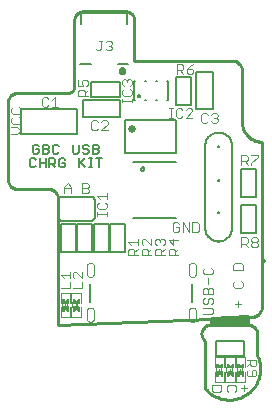
<source format=gto>
G75*
G70*
%OFA0B0*%
%FSLAX24Y24*%
%IPPOS*%
%LPD*%
%AMOC8*
5,1,8,0,0,1.08239X$1,22.5*
%
%ADD10C,0.0050*%
%ADD11C,0.0040*%
%ADD12C,0.0120*%
%ADD13C,0.0100*%
%ADD14C,0.0000*%
%ADD15C,0.0060*%
%ADD16C,0.0080*%
%ADD17C,0.0256*%
%ADD18C,0.0004*%
%ADD19C,0.0160*%
%ADD20C,0.0001*%
%ADD21C,0.0039*%
%ADD22R,0.0020X0.0197*%
D10*
X007158Y005886D02*
X007158Y008596D01*
X007593Y008596D02*
X007595Y008604D01*
X007600Y008611D01*
X007607Y008615D01*
X007615Y008616D01*
X007623Y008613D01*
X007629Y008608D01*
X007633Y008600D01*
X007633Y008592D01*
X007629Y008584D01*
X007623Y008579D01*
X007615Y008576D01*
X007607Y008577D01*
X007600Y008581D01*
X007595Y008588D01*
X007593Y008596D01*
X007158Y008596D02*
X007160Y008637D01*
X007165Y008677D01*
X007174Y008717D01*
X007187Y008756D01*
X007203Y008793D01*
X007222Y008829D01*
X007245Y008863D01*
X007270Y008895D01*
X007299Y008925D01*
X007329Y008952D01*
X007362Y008976D01*
X007397Y008997D01*
X007434Y009014D01*
X007472Y009029D01*
X007512Y009040D01*
X007552Y009047D01*
X007593Y009051D01*
X007633Y009051D01*
X007674Y009047D01*
X007714Y009040D01*
X007754Y009029D01*
X007792Y009014D01*
X007829Y008997D01*
X007864Y008976D01*
X007897Y008952D01*
X007927Y008925D01*
X007956Y008895D01*
X007981Y008863D01*
X008004Y008829D01*
X008023Y008793D01*
X008039Y008756D01*
X008052Y008717D01*
X008061Y008677D01*
X008066Y008637D01*
X008068Y008596D01*
X008068Y005886D01*
X008066Y005845D01*
X008061Y005805D01*
X008052Y005765D01*
X008039Y005726D01*
X008023Y005689D01*
X008004Y005653D01*
X007981Y005619D01*
X007956Y005587D01*
X007927Y005557D01*
X007897Y005530D01*
X007864Y005506D01*
X007829Y005485D01*
X007792Y005468D01*
X007754Y005453D01*
X007714Y005442D01*
X007674Y005435D01*
X007633Y005431D01*
X007593Y005431D01*
X007552Y005435D01*
X007512Y005442D01*
X007472Y005453D01*
X007434Y005468D01*
X007397Y005485D01*
X007362Y005506D01*
X007329Y005530D01*
X007299Y005557D01*
X007270Y005587D01*
X007245Y005619D01*
X007222Y005653D01*
X007203Y005689D01*
X007187Y005726D01*
X007174Y005765D01*
X007165Y005805D01*
X007160Y005845D01*
X007158Y005886D01*
X007593Y005436D02*
X007595Y005444D01*
X007600Y005451D01*
X007607Y005455D01*
X007615Y005456D01*
X007623Y005453D01*
X007629Y005448D01*
X007633Y005440D01*
X007633Y005432D01*
X007629Y005424D01*
X007623Y005419D01*
X007615Y005416D01*
X007607Y005417D01*
X007600Y005421D01*
X007595Y005428D01*
X007593Y005436D01*
X007593Y006391D02*
X007595Y006399D01*
X007600Y006406D01*
X007607Y006410D01*
X007615Y006411D01*
X007623Y006408D01*
X007629Y006403D01*
X007633Y006395D01*
X007633Y006387D01*
X007629Y006379D01*
X007623Y006374D01*
X007615Y006371D01*
X007607Y006372D01*
X007600Y006376D01*
X007595Y006383D01*
X007593Y006391D01*
X007593Y007471D02*
X007595Y007479D01*
X007600Y007486D01*
X007607Y007490D01*
X007615Y007491D01*
X007623Y007488D01*
X007629Y007483D01*
X007633Y007475D01*
X007633Y007467D01*
X007629Y007459D01*
X007623Y007454D01*
X007615Y007451D01*
X007607Y007452D01*
X007600Y007456D01*
X007595Y007463D01*
X007593Y007471D01*
X009100Y004834D02*
X009100Y004784D01*
X009050Y004784D02*
X009052Y004797D01*
X009057Y004810D01*
X009066Y004821D01*
X009077Y004828D01*
X009090Y004833D01*
X009103Y004834D01*
X009117Y004831D01*
X009129Y004825D01*
X009139Y004816D01*
X009146Y004804D01*
X009150Y004791D01*
X009150Y004777D01*
X009146Y004764D01*
X009139Y004752D01*
X009129Y004743D01*
X009117Y004737D01*
X009103Y004734D01*
X009090Y004735D01*
X009077Y004740D01*
X009066Y004747D01*
X009057Y004758D01*
X009052Y004771D01*
X009050Y004784D01*
D11*
X008862Y005236D02*
X008755Y005236D01*
X008701Y005290D01*
X008701Y005343D01*
X008755Y005396D01*
X008862Y005396D01*
X008915Y005343D01*
X008915Y005290D01*
X008862Y005236D01*
X008862Y005396D02*
X008915Y005450D01*
X008915Y005503D01*
X008862Y005557D01*
X008755Y005557D01*
X008701Y005503D01*
X008701Y005450D01*
X008755Y005396D01*
X008584Y005396D02*
X008530Y005343D01*
X008370Y005343D01*
X008370Y005236D02*
X008370Y005557D01*
X008530Y005557D01*
X008584Y005503D01*
X008584Y005396D01*
X008477Y005343D02*
X008584Y005236D01*
X008357Y004692D02*
X008143Y004692D01*
X008090Y004639D01*
X008090Y004479D01*
X008410Y004479D01*
X008410Y004639D01*
X008357Y004692D01*
X008357Y004092D02*
X008410Y004039D01*
X008410Y003932D01*
X008357Y003879D01*
X008143Y003879D01*
X008090Y003932D01*
X008090Y004039D01*
X008143Y004092D01*
X008250Y003442D02*
X008250Y003229D01*
X008143Y003336D02*
X008357Y003336D01*
X007419Y003388D02*
X007365Y003334D01*
X007419Y003388D02*
X007419Y003494D01*
X007365Y003548D01*
X007312Y003548D01*
X007259Y003494D01*
X007259Y003388D01*
X007205Y003334D01*
X007152Y003334D01*
X007098Y003388D01*
X007098Y003494D01*
X007152Y003548D01*
X007098Y003666D02*
X007098Y003826D01*
X007152Y003879D01*
X007205Y003879D01*
X007259Y003826D01*
X007259Y003666D01*
X007259Y003826D02*
X007312Y003879D01*
X007365Y003879D01*
X007419Y003826D01*
X007419Y003666D01*
X007098Y003666D01*
X007259Y003997D02*
X007259Y004211D01*
X007365Y004329D02*
X007152Y004329D01*
X007098Y004382D01*
X007098Y004489D01*
X007152Y004542D01*
X007365Y004542D02*
X007419Y004489D01*
X007419Y004382D01*
X007365Y004329D01*
X007365Y003216D02*
X007098Y003216D01*
X007098Y003003D02*
X007365Y003003D01*
X007419Y003056D01*
X007419Y003163D01*
X007365Y003216D01*
X006260Y004966D02*
X005940Y004966D01*
X005940Y005126D01*
X005993Y005180D01*
X006100Y005180D01*
X006153Y005126D01*
X006153Y004966D01*
X006153Y005073D02*
X006260Y005180D01*
X006100Y005298D02*
X006100Y005511D01*
X006260Y005458D02*
X005940Y005458D01*
X006100Y005298D01*
X005810Y005351D02*
X005757Y005298D01*
X005810Y005351D02*
X005810Y005458D01*
X005757Y005511D01*
X005703Y005511D01*
X005650Y005458D01*
X005650Y005405D01*
X005650Y005458D02*
X005596Y005511D01*
X005543Y005511D01*
X005490Y005458D01*
X005490Y005351D01*
X005543Y005298D01*
X005543Y005180D02*
X005650Y005180D01*
X005703Y005126D01*
X005703Y004966D01*
X005810Y004966D02*
X005490Y004966D01*
X005490Y005126D01*
X005543Y005180D01*
X005360Y005180D02*
X005253Y005073D01*
X005253Y005126D02*
X005253Y004966D01*
X005360Y004966D02*
X005040Y004966D01*
X005040Y005126D01*
X005093Y005180D01*
X005200Y005180D01*
X005253Y005126D01*
X005360Y005298D02*
X005146Y005511D01*
X005093Y005511D01*
X005040Y005458D01*
X005040Y005351D01*
X005093Y005298D01*
X004910Y005298D02*
X004910Y005511D01*
X004910Y005405D02*
X004590Y005405D01*
X004696Y005298D01*
X004643Y005180D02*
X004750Y005180D01*
X004803Y005126D01*
X004803Y004966D01*
X004910Y004966D02*
X004590Y004966D01*
X004590Y005126D01*
X004643Y005180D01*
X004803Y005073D02*
X004910Y005180D01*
X005360Y005298D02*
X005360Y005511D01*
X005703Y005073D02*
X005810Y005180D01*
X006129Y005736D02*
X006236Y005736D01*
X006289Y005790D01*
X006289Y005896D01*
X006182Y005896D01*
X006076Y005790D02*
X006129Y005736D01*
X006076Y005790D02*
X006076Y006003D01*
X006129Y006057D01*
X006236Y006057D01*
X006289Y006003D01*
X006407Y006057D02*
X006621Y005736D01*
X006621Y006057D01*
X006739Y006057D02*
X006739Y005736D01*
X006899Y005736D01*
X006952Y005790D01*
X006952Y006003D01*
X006899Y006057D01*
X006739Y006057D01*
X006407Y006057D02*
X006407Y005736D01*
X008370Y007985D02*
X008370Y008305D01*
X008530Y008305D01*
X008584Y008252D01*
X008584Y008145D01*
X008530Y008091D01*
X008370Y008091D01*
X008477Y008091D02*
X008584Y007985D01*
X008701Y007985D02*
X008701Y008038D01*
X008915Y008252D01*
X008915Y008305D01*
X008701Y008305D01*
X007579Y009441D02*
X007525Y009388D01*
X007419Y009388D01*
X007365Y009441D01*
X007247Y009441D02*
X007194Y009388D01*
X007087Y009388D01*
X007034Y009441D01*
X007034Y009655D01*
X007087Y009708D01*
X007194Y009708D01*
X007247Y009655D01*
X007365Y009655D02*
X007419Y009708D01*
X007525Y009708D01*
X007579Y009655D01*
X007579Y009601D01*
X007525Y009548D01*
X007579Y009495D01*
X007579Y009441D01*
X007525Y009548D02*
X007472Y009548D01*
X006733Y009547D02*
X006519Y009547D01*
X006733Y009760D01*
X006733Y009813D01*
X006679Y009867D01*
X006573Y009867D01*
X006519Y009813D01*
X006401Y009813D02*
X006348Y009867D01*
X006241Y009867D01*
X006188Y009813D01*
X006188Y009600D01*
X006241Y009547D01*
X006348Y009547D01*
X006401Y009600D01*
X006074Y009547D02*
X005967Y009547D01*
X006020Y009547D02*
X006020Y009867D01*
X005967Y009867D02*
X006074Y009867D01*
X006218Y011017D02*
X006218Y011338D01*
X006379Y011338D01*
X006432Y011284D01*
X006432Y011178D01*
X006379Y011124D01*
X006218Y011124D01*
X006325Y011124D02*
X006432Y011017D01*
X006550Y011071D02*
X006603Y011017D01*
X006710Y011017D01*
X006763Y011071D01*
X006763Y011124D01*
X006710Y011178D01*
X006550Y011178D01*
X006550Y011071D01*
X006550Y011178D02*
X006657Y011284D01*
X006763Y011338D01*
X004710Y010779D02*
X004710Y010672D01*
X004657Y010619D01*
X004657Y010501D02*
X004710Y010447D01*
X004710Y010341D01*
X004657Y010287D01*
X004443Y010287D01*
X004390Y010341D01*
X004390Y010447D01*
X004443Y010501D01*
X004443Y010619D02*
X004390Y010672D01*
X004390Y010779D01*
X004443Y010832D01*
X004496Y010832D01*
X004550Y010779D01*
X004603Y010832D01*
X004657Y010832D01*
X004710Y010779D01*
X004550Y010779D02*
X004550Y010726D01*
X004710Y010173D02*
X004710Y010066D01*
X004710Y010120D02*
X004390Y010120D01*
X004390Y010173D02*
X004390Y010066D01*
X003860Y009457D02*
X003913Y009403D01*
X003913Y009350D01*
X003700Y009136D01*
X003913Y009136D01*
X003860Y009457D02*
X003753Y009457D01*
X003700Y009403D01*
X003582Y009403D02*
X003529Y009457D01*
X003422Y009457D01*
X003368Y009403D01*
X003368Y009190D01*
X003422Y009136D01*
X003529Y009136D01*
X003582Y009190D01*
X003258Y010271D02*
X002938Y010271D01*
X002938Y010431D01*
X002992Y010485D01*
X003098Y010485D01*
X003152Y010431D01*
X003152Y010271D01*
X003152Y010378D02*
X003258Y010485D01*
X003205Y010603D02*
X003258Y010656D01*
X003258Y010763D01*
X003205Y010816D01*
X003098Y010816D01*
X003045Y010763D01*
X003045Y010710D01*
X003098Y010603D01*
X002938Y010603D01*
X002938Y010816D01*
X002265Y009916D02*
X002051Y009916D01*
X002158Y009916D02*
X002158Y010236D01*
X002051Y010129D01*
X001934Y010183D02*
X001880Y010236D01*
X001773Y010236D01*
X001720Y010183D01*
X001720Y009969D01*
X001773Y009916D01*
X001880Y009916D01*
X001934Y009969D01*
X001010Y009839D02*
X001010Y009733D01*
X000957Y009679D01*
X000743Y009679D01*
X000690Y009733D01*
X000690Y009839D01*
X000743Y009893D01*
X000957Y009893D02*
X001010Y009839D01*
X000957Y009561D02*
X001010Y009508D01*
X001010Y009401D01*
X000957Y009348D01*
X000743Y009348D01*
X000690Y009401D01*
X000690Y009508D01*
X000743Y009561D01*
X000690Y009230D02*
X000903Y009230D01*
X001010Y009123D01*
X000903Y009016D01*
X000690Y009016D01*
X002470Y007250D02*
X002470Y007036D01*
X002470Y007196D02*
X002684Y007196D01*
X002684Y007250D02*
X002684Y007036D01*
X002684Y007250D02*
X002577Y007357D01*
X002470Y007250D01*
X003070Y007196D02*
X003230Y007196D01*
X003284Y007143D01*
X003284Y007090D01*
X003230Y007036D01*
X003070Y007036D01*
X003070Y007357D01*
X003230Y007357D01*
X003284Y007303D01*
X003284Y007250D01*
X003230Y007196D01*
X003561Y006943D02*
X003881Y006943D01*
X003881Y006836D02*
X003881Y007050D01*
X003668Y006836D02*
X003561Y006943D01*
X003614Y006718D02*
X003561Y006665D01*
X003561Y006558D01*
X003614Y006505D01*
X003828Y006505D01*
X003881Y006558D01*
X003881Y006665D01*
X003828Y006718D01*
X003881Y006391D02*
X003881Y006284D01*
X003881Y006337D02*
X003561Y006337D01*
X003561Y006284D02*
X003561Y006391D01*
X003060Y004411D02*
X003060Y004198D01*
X002846Y004411D01*
X002793Y004411D01*
X002740Y004358D01*
X002740Y004251D01*
X002793Y004198D01*
X002660Y004198D02*
X002660Y004411D01*
X002660Y004305D02*
X002340Y004305D01*
X002446Y004198D01*
X002660Y004080D02*
X002660Y003866D01*
X002340Y003866D01*
X002740Y003866D02*
X003060Y003866D01*
X003060Y004080D01*
X007377Y000626D02*
X007377Y000466D01*
X007431Y000413D01*
X007644Y000413D01*
X007698Y000466D01*
X007698Y000626D01*
X007377Y000626D01*
X007877Y000573D02*
X007877Y000466D01*
X007931Y000413D01*
X007877Y000573D02*
X007931Y000626D01*
X008144Y000626D01*
X008198Y000573D01*
X008198Y000466D01*
X008144Y000413D01*
X008356Y000542D02*
X008569Y000542D01*
X008462Y000648D02*
X008462Y000435D01*
X008601Y000931D02*
X008814Y000931D01*
X008868Y000985D01*
X008868Y001091D01*
X008814Y001145D01*
X008761Y001145D01*
X008708Y001091D01*
X008708Y000931D01*
X008601Y000931D02*
X008547Y000985D01*
X008547Y001091D01*
X008601Y001145D01*
X008547Y001263D02*
X008654Y001370D01*
X008654Y001316D02*
X008654Y001476D01*
X008547Y001476D02*
X008868Y001476D01*
X008868Y001316D01*
X008814Y001263D01*
X008708Y001263D01*
X008654Y001316D01*
X004005Y011792D02*
X003898Y011792D01*
X003845Y011846D01*
X003952Y011952D02*
X004005Y011952D01*
X004058Y011899D01*
X004058Y011846D01*
X004005Y011792D01*
X004005Y011952D02*
X004058Y012006D01*
X004058Y012059D01*
X004005Y012112D01*
X003898Y012112D01*
X003845Y012059D01*
X003727Y012112D02*
X003620Y012112D01*
X003674Y012112D02*
X003674Y011846D01*
X003620Y011792D01*
X003567Y011792D01*
X003513Y011846D01*
D12*
X007387Y002826D02*
X008587Y002846D01*
X008587Y002891D01*
X007387Y002826D01*
X007387Y002656D01*
X008587Y002656D01*
X008587Y002846D01*
X008587Y002746D02*
X007387Y002746D01*
D13*
X007364Y002832D02*
X002254Y002646D01*
X002254Y006898D01*
X002248Y006931D01*
X002239Y006963D01*
X002226Y006994D01*
X002210Y007023D01*
X002192Y007050D01*
X002170Y007076D01*
X002146Y007099D01*
X002120Y007119D01*
X002092Y007137D01*
X002062Y007151D01*
X002031Y007162D01*
X001999Y007170D01*
X001966Y007175D01*
X001933Y007176D01*
X001900Y007174D01*
X001899Y007174D02*
X000904Y007174D01*
X000871Y007176D01*
X000839Y007181D01*
X000807Y007189D01*
X000776Y007201D01*
X000747Y007216D01*
X000719Y007234D01*
X000693Y007255D01*
X000670Y007278D01*
X000649Y007304D01*
X000631Y007331D01*
X000616Y007361D01*
X000604Y007392D01*
X000596Y007424D01*
X000591Y007456D01*
X000589Y007489D01*
X000589Y010062D01*
X000591Y010095D01*
X000596Y010127D01*
X000604Y010159D01*
X000616Y010190D01*
X000631Y010219D01*
X000649Y010247D01*
X000670Y010273D01*
X000693Y010296D01*
X000719Y010317D01*
X000747Y010335D01*
X000776Y010350D01*
X000807Y010362D01*
X000839Y010370D01*
X000871Y010375D01*
X000904Y010377D01*
X002595Y010377D01*
X002595Y010376D02*
X002621Y010378D01*
X002646Y010383D01*
X002670Y010391D01*
X002693Y010402D01*
X002715Y010417D01*
X002734Y010434D01*
X002751Y010453D01*
X002766Y010474D01*
X002777Y010498D01*
X002785Y010522D01*
X002790Y010547D01*
X002792Y010573D01*
X002792Y012782D01*
X002794Y012815D01*
X002799Y012847D01*
X002807Y012879D01*
X002819Y012910D01*
X002834Y012939D01*
X002852Y012967D01*
X002873Y012993D01*
X002896Y013016D01*
X002922Y013037D01*
X002950Y013055D01*
X002979Y013070D01*
X003010Y013082D01*
X003042Y013090D01*
X003074Y013095D01*
X003107Y013097D01*
X004489Y013097D01*
X004522Y013095D01*
X004554Y013090D01*
X004586Y013082D01*
X004617Y013070D01*
X004646Y013055D01*
X004674Y013037D01*
X004700Y013016D01*
X004723Y012993D01*
X004744Y012967D01*
X004762Y012939D01*
X004777Y012910D01*
X004789Y012879D01*
X004797Y012847D01*
X004802Y012815D01*
X004804Y012782D01*
X004804Y011456D01*
X008073Y011456D01*
X008073Y011455D02*
X008108Y011452D01*
X008142Y011444D01*
X008175Y011433D01*
X008207Y011419D01*
X008237Y011401D01*
X008265Y011380D01*
X008291Y011356D01*
X008315Y011330D01*
X008335Y011302D01*
X008352Y011271D01*
X008367Y011239D01*
X008377Y011206D01*
X008384Y011171D01*
X008388Y011136D01*
X008387Y011101D01*
X008388Y011101D02*
X008388Y009382D01*
X008387Y009381D02*
X008391Y009333D01*
X008397Y009285D01*
X008408Y009237D01*
X008422Y009191D01*
X008439Y009145D01*
X008460Y009101D01*
X008484Y009059D01*
X008511Y009019D01*
X008541Y008981D01*
X008574Y008945D01*
X008610Y008911D01*
X008647Y008881D01*
X008687Y008853D01*
X008729Y008828D01*
X008773Y008807D01*
X008818Y008789D01*
X008864Y008774D01*
X008912Y008763D01*
X008960Y008756D01*
X009008Y008752D01*
X009057Y008751D01*
X009057Y008752D02*
X009057Y003294D01*
X009055Y003255D01*
X009049Y003217D01*
X009040Y003180D01*
X009027Y003143D01*
X009010Y003108D01*
X008991Y003075D01*
X008968Y003044D01*
X008942Y003015D01*
X008913Y002989D01*
X008882Y002966D01*
X008849Y002947D01*
X008814Y002930D01*
X008777Y002917D01*
X008740Y002908D01*
X008702Y002902D01*
X008663Y002900D01*
X008663Y002901D02*
X008585Y002901D01*
X008585Y002646D01*
X008618Y002644D01*
X008650Y002639D01*
X008682Y002631D01*
X008713Y002619D01*
X008742Y002604D01*
X008770Y002586D01*
X008796Y002565D01*
X008819Y002542D01*
X008840Y002516D01*
X008858Y002488D01*
X008873Y002459D01*
X008885Y002428D01*
X008893Y002396D01*
X008898Y002364D01*
X008900Y002331D01*
X008900Y001623D01*
X008925Y001565D01*
X008947Y001505D01*
X008964Y001444D01*
X008978Y001382D01*
X008988Y001320D01*
X008995Y001257D01*
X008997Y001193D01*
X008995Y001130D01*
X008990Y001066D01*
X008981Y001004D01*
X008968Y000942D01*
X008951Y000880D01*
X008930Y000820D01*
X008906Y000762D01*
X008878Y000705D01*
X008847Y000649D01*
X008813Y000596D01*
X008775Y000545D01*
X008734Y000496D01*
X008690Y000450D01*
X008644Y000407D01*
X008595Y000367D01*
X008544Y000329D01*
X008490Y000295D01*
X008435Y000265D01*
X008377Y000237D01*
X008318Y000214D01*
X008258Y000194D01*
X008197Y000177D01*
X008135Y000165D01*
X008072Y000156D01*
X008009Y000151D01*
X007945Y000150D01*
X007882Y000153D01*
X007819Y000160D01*
X007756Y000170D01*
X007694Y000185D01*
X007633Y000203D01*
X007574Y000225D01*
X007516Y000251D01*
X007459Y000280D01*
X007405Y000312D01*
X007352Y000348D01*
X007302Y000387D01*
X007254Y000428D01*
X007209Y000473D01*
X007167Y000520D01*
X007167Y002095D01*
X007168Y002096D02*
X007141Y002117D01*
X007116Y002141D01*
X007095Y002168D01*
X007076Y002197D01*
X007061Y002228D01*
X007050Y002260D01*
X007042Y002293D01*
X007038Y002328D01*
X007039Y002362D01*
X007043Y002396D01*
X007050Y002430D01*
X007062Y002462D01*
X007077Y002493D01*
X007096Y002522D01*
X007117Y002548D01*
X007142Y002572D01*
X007169Y002593D01*
X007198Y002611D01*
X007229Y002626D01*
X007262Y002637D01*
X007296Y002644D01*
X007330Y002647D01*
X007364Y002646D01*
X007364Y002832D01*
D14*
X007670Y002746D02*
X007672Y002761D01*
X007677Y002775D01*
X007686Y002787D01*
X007698Y002797D01*
X007711Y002803D01*
X007726Y002806D01*
X007741Y002805D01*
X007756Y002800D01*
X007768Y002792D01*
X007779Y002781D01*
X007786Y002768D01*
X007790Y002754D01*
X007790Y002738D01*
X007786Y002724D01*
X007779Y002711D01*
X007768Y002700D01*
X007756Y002692D01*
X007741Y002687D01*
X007726Y002686D01*
X007711Y002689D01*
X007698Y002695D01*
X007686Y002705D01*
X007677Y002717D01*
X007672Y002731D01*
X007670Y002746D01*
X008180Y002746D02*
X008182Y002761D01*
X008187Y002775D01*
X008196Y002787D01*
X008208Y002797D01*
X008221Y002803D01*
X008236Y002806D01*
X008251Y002805D01*
X008266Y002800D01*
X008278Y002792D01*
X008289Y002781D01*
X008296Y002768D01*
X008300Y002754D01*
X008300Y002738D01*
X008296Y002724D01*
X008289Y002711D01*
X008278Y002700D01*
X008266Y002692D01*
X008251Y002687D01*
X008236Y002686D01*
X008221Y002689D01*
X008208Y002695D01*
X008196Y002705D01*
X008187Y002717D01*
X008182Y002731D01*
X008180Y002746D01*
X008239Y001343D02*
X008278Y001343D01*
X008280Y001328D01*
X008286Y001314D01*
X008296Y001301D01*
X008308Y001292D01*
X008322Y001286D01*
X008337Y001284D01*
X008353Y001286D01*
X008367Y001292D01*
X008379Y001301D01*
X008389Y001314D01*
X008394Y001328D01*
X008396Y001343D01*
X008436Y001343D01*
X008436Y001225D01*
X008239Y001225D01*
X008239Y001343D01*
X008086Y001343D02*
X008086Y001225D01*
X007889Y001225D01*
X007889Y001343D01*
X007928Y001343D01*
X007930Y001328D01*
X007936Y001314D01*
X007946Y001301D01*
X007958Y001292D01*
X007972Y001286D01*
X007987Y001284D01*
X008003Y001286D01*
X008017Y001292D01*
X008029Y001301D01*
X008039Y001314D01*
X008044Y001328D01*
X008046Y001343D01*
X008086Y001343D01*
X008086Y001068D02*
X007889Y001068D01*
X007889Y000949D01*
X007928Y000949D01*
X007930Y000965D01*
X007936Y000979D01*
X007946Y000991D01*
X007958Y001001D01*
X007972Y001006D01*
X007987Y001008D01*
X008003Y001006D01*
X008017Y001001D01*
X008029Y000991D01*
X008039Y000979D01*
X008044Y000965D01*
X008046Y000949D01*
X008086Y000949D01*
X008086Y001068D01*
X008239Y001068D02*
X008436Y001068D01*
X008436Y000949D01*
X008396Y000949D01*
X008394Y000965D01*
X008389Y000979D01*
X008379Y000991D01*
X008367Y001001D01*
X008353Y001006D01*
X008337Y001008D01*
X008322Y001006D01*
X008308Y001001D01*
X008296Y000991D01*
X008286Y000979D01*
X008280Y000965D01*
X008278Y000949D01*
X008239Y000949D01*
X008239Y001068D01*
X007736Y001068D02*
X007539Y001068D01*
X007539Y000949D01*
X007578Y000949D01*
X007580Y000965D01*
X007586Y000979D01*
X007596Y000991D01*
X007608Y001001D01*
X007622Y001006D01*
X007637Y001008D01*
X007653Y001006D01*
X007667Y001001D01*
X007679Y000991D01*
X007689Y000979D01*
X007694Y000965D01*
X007696Y000949D01*
X007736Y000949D01*
X007736Y001068D01*
X007736Y001225D02*
X007539Y001225D01*
X007539Y001343D01*
X007578Y001343D01*
X007580Y001328D01*
X007586Y001314D01*
X007596Y001301D01*
X007608Y001292D01*
X007622Y001286D01*
X007637Y001284D01*
X007653Y001286D01*
X007667Y001292D01*
X007679Y001301D01*
X007689Y001314D01*
X007694Y001328D01*
X007696Y001343D01*
X007736Y001343D01*
X007736Y001225D01*
X002948Y003112D02*
X002909Y003112D01*
X002907Y003127D01*
X002901Y003142D01*
X002892Y003154D01*
X002880Y003163D01*
X002865Y003169D01*
X002850Y003171D01*
X002835Y003169D01*
X002820Y003163D01*
X002808Y003154D01*
X002799Y003142D01*
X002793Y003127D01*
X002791Y003112D01*
X002752Y003112D01*
X002752Y003230D01*
X002948Y003230D01*
X002948Y003112D01*
X002948Y003388D02*
X002752Y003388D01*
X002752Y003506D01*
X002791Y003506D01*
X002793Y003490D01*
X002799Y003476D01*
X002808Y003464D01*
X002820Y003455D01*
X002835Y003449D01*
X002850Y003447D01*
X002865Y003449D01*
X002880Y003455D01*
X002892Y003464D01*
X002901Y003476D01*
X002907Y003490D01*
X002909Y003506D01*
X002948Y003506D01*
X002948Y003388D01*
X002598Y003388D02*
X002402Y003388D01*
X002402Y003506D01*
X002441Y003506D01*
X002443Y003490D01*
X002449Y003476D01*
X002458Y003464D01*
X002470Y003455D01*
X002485Y003449D01*
X002500Y003447D01*
X002515Y003449D01*
X002530Y003455D01*
X002542Y003464D01*
X002551Y003476D01*
X002557Y003490D01*
X002559Y003506D01*
X002598Y003506D01*
X002598Y003388D01*
X002598Y003230D02*
X002402Y003230D01*
X002402Y003112D01*
X002441Y003112D01*
X002443Y003127D01*
X002449Y003142D01*
X002458Y003154D01*
X002470Y003163D01*
X002485Y003169D01*
X002500Y003171D01*
X002515Y003169D01*
X002530Y003163D01*
X002542Y003154D01*
X002551Y003142D01*
X002557Y003127D01*
X002559Y003112D01*
X002598Y003112D01*
X002598Y003230D01*
D15*
X002846Y005074D02*
X002354Y005074D01*
X002354Y006019D01*
X002846Y006019D01*
X002846Y005074D01*
X002904Y005074D02*
X003396Y005074D01*
X003396Y006019D01*
X002904Y006019D01*
X002904Y005074D01*
X003454Y005074D02*
X003454Y006019D01*
X003946Y006019D01*
X003946Y005074D01*
X003454Y005074D01*
X004004Y005074D02*
X004004Y006019D01*
X004496Y006019D01*
X004496Y005074D01*
X004004Y005074D01*
X003375Y006121D02*
X002375Y006121D01*
X002358Y006123D01*
X002341Y006127D01*
X002325Y006134D01*
X002311Y006144D01*
X002298Y006157D01*
X002288Y006171D01*
X002281Y006187D01*
X002277Y006204D01*
X002275Y006221D01*
X002275Y006821D01*
X002277Y006838D01*
X002281Y006855D01*
X002288Y006871D01*
X002298Y006885D01*
X002311Y006898D01*
X002325Y006908D01*
X002341Y006915D01*
X002358Y006919D01*
X002375Y006921D01*
X003375Y006921D01*
X003392Y006919D01*
X003409Y006915D01*
X003425Y006908D01*
X003439Y006898D01*
X003452Y006885D01*
X003462Y006871D01*
X003469Y006855D01*
X003473Y006838D01*
X003475Y006821D01*
X003475Y006221D01*
X003473Y006204D01*
X003469Y006187D01*
X003462Y006171D01*
X003452Y006157D01*
X003439Y006144D01*
X003425Y006134D01*
X003409Y006127D01*
X003392Y006123D01*
X003375Y006121D01*
X003398Y007896D02*
X003298Y007896D01*
X003348Y007896D02*
X003348Y008197D01*
X003298Y008197D02*
X003398Y008197D01*
X003408Y008346D02*
X003558Y008346D01*
X003608Y008396D01*
X003608Y008446D01*
X003558Y008496D01*
X003408Y008496D01*
X003277Y008446D02*
X003277Y008396D01*
X003227Y008346D01*
X003127Y008346D01*
X003077Y008396D01*
X003127Y008496D02*
X003227Y008496D01*
X003277Y008446D01*
X003277Y008596D02*
X003227Y008647D01*
X003127Y008647D01*
X003077Y008596D01*
X003077Y008546D01*
X003127Y008496D01*
X002946Y008396D02*
X002946Y008647D01*
X002946Y008396D02*
X002895Y008346D01*
X002795Y008346D01*
X002745Y008396D01*
X002745Y008647D01*
X002882Y009001D02*
X002882Y009848D01*
X001030Y009848D01*
X001030Y009001D01*
X002882Y009001D01*
X003082Y009560D02*
X003082Y010133D01*
X004323Y010133D01*
X004323Y009560D01*
X003082Y009560D01*
X003371Y010250D02*
X003371Y010742D01*
X004316Y010742D01*
X004316Y010250D01*
X003371Y010250D01*
X003408Y008647D02*
X003558Y008647D01*
X003608Y008596D01*
X003608Y008546D01*
X003558Y008496D01*
X003408Y008346D02*
X003408Y008647D01*
X003519Y008197D02*
X003719Y008197D01*
X003619Y008197D02*
X003619Y007896D01*
X003167Y007896D02*
X003016Y008046D01*
X002966Y007996D02*
X003167Y008197D01*
X002966Y008197D02*
X002966Y007896D01*
X002504Y007946D02*
X002504Y008046D01*
X002403Y008046D01*
X002303Y007946D02*
X002353Y007896D01*
X002453Y007896D01*
X002504Y007946D01*
X002504Y008146D02*
X002453Y008197D01*
X002353Y008197D01*
X002303Y008146D01*
X002303Y007946D01*
X002172Y007896D02*
X002072Y007996D01*
X002122Y007996D02*
X001972Y007996D01*
X001972Y007896D02*
X001972Y008197D01*
X002122Y008197D01*
X002172Y008146D01*
X002172Y008046D01*
X002122Y007996D01*
X002132Y008346D02*
X002233Y008346D01*
X002283Y008396D01*
X002283Y008596D02*
X002233Y008647D01*
X002132Y008647D01*
X002082Y008596D01*
X002082Y008396D01*
X002132Y008346D01*
X001951Y008396D02*
X001901Y008346D01*
X001751Y008346D01*
X001751Y008647D01*
X001901Y008647D01*
X001951Y008596D01*
X001951Y008546D01*
X001901Y008496D01*
X001751Y008496D01*
X001620Y008496D02*
X001519Y008496D01*
X001620Y008496D02*
X001620Y008396D01*
X001570Y008346D01*
X001469Y008346D01*
X001419Y008396D01*
X001419Y008596D01*
X001469Y008647D01*
X001570Y008647D01*
X001620Y008596D01*
X001901Y008496D02*
X001951Y008446D01*
X001951Y008396D01*
X001841Y008197D02*
X001841Y007896D01*
X001841Y008046D02*
X001640Y008046D01*
X001640Y007896D02*
X001640Y008197D01*
X001509Y008146D02*
X001459Y008197D01*
X001359Y008197D01*
X001309Y008146D01*
X001309Y007946D01*
X001359Y007896D01*
X001459Y007896D01*
X001509Y007946D01*
X004760Y008060D02*
X006180Y008060D01*
X006863Y009826D02*
X007436Y009826D01*
X007436Y011067D01*
X006863Y011067D01*
X006863Y009826D01*
X006679Y009974D02*
X006187Y009974D01*
X006187Y010919D01*
X006679Y010919D01*
X006679Y009974D01*
X005910Y010127D02*
X005873Y010127D01*
X005910Y010127D02*
X005910Y010765D01*
X005873Y010765D01*
X005556Y010765D02*
X005519Y010765D01*
X005181Y010765D02*
X005144Y010765D01*
X004827Y010765D02*
X004790Y010765D01*
X004790Y010127D01*
X004827Y010127D01*
X004917Y010269D02*
X004919Y010281D01*
X004924Y010292D01*
X004933Y010301D01*
X004944Y010306D01*
X004956Y010308D01*
X004968Y010306D01*
X004979Y010301D01*
X004988Y010292D01*
X004993Y010281D01*
X004995Y010269D01*
X004993Y010257D01*
X004988Y010246D01*
X004979Y010237D01*
X004968Y010232D01*
X004956Y010230D01*
X004944Y010232D01*
X004933Y010237D01*
X004924Y010246D01*
X004919Y010257D01*
X004917Y010269D01*
X005144Y010127D02*
X005181Y010127D01*
X005519Y010127D02*
X005556Y010127D01*
X006180Y006200D02*
X004760Y006200D01*
X007515Y002092D02*
X007515Y001600D01*
X008460Y001600D01*
X008460Y002092D01*
X007515Y002092D01*
X008354Y005691D02*
X008354Y006636D01*
X008846Y006636D01*
X008846Y005691D01*
X008354Y005691D01*
X008354Y006891D02*
X008354Y007836D01*
X008846Y007836D01*
X008846Y006891D01*
X008354Y006891D01*
D16*
X006737Y004008D02*
X006737Y003411D01*
X005023Y007840D02*
X005025Y007855D01*
X005031Y007868D01*
X005040Y007880D01*
X005051Y007889D01*
X005065Y007895D01*
X005080Y007897D01*
X005095Y007895D01*
X005108Y007889D01*
X005120Y007880D01*
X005129Y007869D01*
X005135Y007855D01*
X005137Y007840D01*
X005135Y007825D01*
X005129Y007812D01*
X005120Y007800D01*
X005109Y007791D01*
X005095Y007785D01*
X005080Y007783D01*
X005065Y007785D01*
X005052Y007791D01*
X005040Y007800D01*
X005031Y007811D01*
X005025Y007825D01*
X005023Y007840D01*
X004504Y008366D02*
X004504Y009468D01*
X006196Y009468D01*
X006196Y008366D01*
X004504Y008366D01*
X004601Y011340D02*
X004246Y011340D01*
X003360Y011340D02*
X002986Y011340D01*
X003037Y012664D02*
X003037Y013038D01*
X003039Y013041D02*
X004548Y013041D01*
X004545Y013038D02*
X004545Y012664D01*
X003336Y004008D02*
X003336Y003411D01*
D17*
X004710Y009173D03*
D18*
X003454Y004600D02*
X003454Y004356D01*
X003452Y004336D01*
X003447Y004316D01*
X003438Y004297D01*
X003426Y004280D01*
X003412Y004266D01*
X003395Y004254D01*
X003376Y004245D01*
X003356Y004240D01*
X003336Y004238D01*
X003316Y004240D01*
X003296Y004245D01*
X003277Y004254D01*
X003260Y004266D01*
X003246Y004280D01*
X003234Y004297D01*
X003225Y004316D01*
X003220Y004336D01*
X003218Y004356D01*
X003218Y004600D01*
X003220Y004620D01*
X003225Y004640D01*
X003234Y004659D01*
X003246Y004676D01*
X003260Y004690D01*
X003277Y004702D01*
X003296Y004711D01*
X003316Y004716D01*
X003336Y004718D01*
X003356Y004716D01*
X003376Y004711D01*
X003395Y004702D01*
X003412Y004690D01*
X003426Y004676D01*
X003438Y004659D01*
X003447Y004640D01*
X003452Y004620D01*
X003454Y004600D01*
X003454Y003104D02*
X003454Y002860D01*
X003452Y002840D01*
X003447Y002820D01*
X003438Y002801D01*
X003426Y002784D01*
X003412Y002770D01*
X003395Y002758D01*
X003376Y002749D01*
X003356Y002744D01*
X003336Y002742D01*
X003316Y002744D01*
X003296Y002749D01*
X003277Y002758D01*
X003260Y002770D01*
X003246Y002784D01*
X003234Y002801D01*
X003225Y002820D01*
X003220Y002840D01*
X003218Y002860D01*
X003218Y003104D01*
X003220Y003124D01*
X003225Y003144D01*
X003234Y003163D01*
X003246Y003180D01*
X003260Y003194D01*
X003277Y003206D01*
X003296Y003215D01*
X003316Y003220D01*
X003336Y003222D01*
X003356Y003220D01*
X003376Y003215D01*
X003395Y003206D01*
X003412Y003194D01*
X003426Y003180D01*
X003438Y003163D01*
X003447Y003144D01*
X003452Y003124D01*
X003454Y003104D01*
X006619Y003104D02*
X006619Y002860D01*
X006621Y002840D01*
X006626Y002820D01*
X006635Y002801D01*
X006647Y002784D01*
X006661Y002770D01*
X006678Y002758D01*
X006697Y002749D01*
X006717Y002744D01*
X006737Y002742D01*
X006757Y002744D01*
X006777Y002749D01*
X006796Y002758D01*
X006813Y002770D01*
X006827Y002784D01*
X006839Y002801D01*
X006848Y002820D01*
X006853Y002840D01*
X006855Y002860D01*
X006855Y003104D01*
X006853Y003124D01*
X006848Y003144D01*
X006839Y003163D01*
X006827Y003180D01*
X006813Y003194D01*
X006796Y003206D01*
X006777Y003215D01*
X006757Y003220D01*
X006737Y003222D01*
X006717Y003220D01*
X006697Y003215D01*
X006678Y003206D01*
X006661Y003194D01*
X006647Y003180D01*
X006635Y003163D01*
X006626Y003144D01*
X006621Y003124D01*
X006619Y003104D01*
X006619Y004356D02*
X006619Y004600D01*
X006621Y004620D01*
X006626Y004640D01*
X006635Y004659D01*
X006647Y004676D01*
X006661Y004690D01*
X006678Y004702D01*
X006697Y004711D01*
X006717Y004716D01*
X006737Y004718D01*
X006757Y004716D01*
X006777Y004711D01*
X006796Y004702D01*
X006813Y004690D01*
X006827Y004676D01*
X006839Y004659D01*
X006848Y004640D01*
X006853Y004620D01*
X006855Y004600D01*
X006855Y004356D01*
X006853Y004336D01*
X006848Y004316D01*
X006839Y004297D01*
X006827Y004280D01*
X006813Y004266D01*
X006796Y004254D01*
X006777Y004245D01*
X006757Y004240D01*
X006737Y004238D01*
X006717Y004240D01*
X006697Y004245D01*
X006678Y004254D01*
X006661Y004266D01*
X006647Y004280D01*
X006635Y004297D01*
X006626Y004316D01*
X006621Y004336D01*
X006619Y004356D01*
D19*
X004348Y011114D02*
X004350Y011127D01*
X004356Y011139D01*
X004365Y011148D01*
X004376Y011155D01*
X004389Y011158D01*
X004402Y011157D01*
X004414Y011152D01*
X004424Y011144D01*
X004432Y011133D01*
X004436Y011121D01*
X004436Y011107D01*
X004432Y011095D01*
X004424Y011084D01*
X004414Y011076D01*
X004402Y011071D01*
X004389Y011070D01*
X004376Y011073D01*
X004365Y011080D01*
X004356Y011089D01*
X004350Y011101D01*
X004348Y011114D01*
D20*
X002948Y003505D02*
X002909Y003505D01*
X002909Y003504D02*
X002948Y003504D01*
X002948Y003503D02*
X002909Y003503D01*
X002909Y003502D02*
X002948Y003502D01*
X002948Y003501D02*
X002908Y003501D01*
X002908Y003500D02*
X002948Y003500D01*
X002948Y003499D02*
X002908Y003499D01*
X002908Y003498D02*
X002948Y003498D01*
X002948Y003497D02*
X002908Y003497D01*
X002908Y003496D02*
X002948Y003496D01*
X002948Y003495D02*
X002908Y003495D01*
X002908Y003494D02*
X002948Y003494D01*
X002948Y003493D02*
X002907Y003493D01*
X002907Y003492D02*
X002948Y003492D01*
X002948Y003491D02*
X002907Y003491D01*
X002907Y003490D02*
X002948Y003490D01*
X002948Y003489D02*
X002907Y003489D01*
X002906Y003488D02*
X002948Y003488D01*
X002948Y003487D02*
X002906Y003487D01*
X002905Y003486D02*
X002948Y003486D01*
X002948Y003485D02*
X002905Y003485D01*
X002905Y003484D02*
X002948Y003484D01*
X002948Y003483D02*
X002904Y003483D01*
X002904Y003482D02*
X002948Y003482D01*
X002948Y003481D02*
X002903Y003481D01*
X002903Y003480D02*
X002948Y003480D01*
X002948Y003479D02*
X002902Y003479D01*
X002902Y003478D02*
X002948Y003478D01*
X002948Y003477D02*
X002902Y003477D01*
X002901Y003476D02*
X002948Y003476D01*
X002948Y003475D02*
X002901Y003475D01*
X002900Y003474D02*
X002948Y003474D01*
X002948Y003473D02*
X002899Y003473D01*
X002898Y003472D02*
X002948Y003472D01*
X002948Y003471D02*
X002898Y003471D01*
X002897Y003470D02*
X002948Y003470D01*
X002948Y003469D02*
X002896Y003469D01*
X002895Y003468D02*
X002948Y003468D01*
X002948Y003467D02*
X002894Y003467D01*
X002894Y003466D02*
X002948Y003466D01*
X002948Y003465D02*
X002893Y003465D01*
X002892Y003464D02*
X002948Y003464D01*
X002948Y003463D02*
X002891Y003463D01*
X002890Y003462D02*
X002948Y003462D01*
X002948Y003461D02*
X002889Y003461D01*
X002887Y003460D02*
X002948Y003460D01*
X002948Y003459D02*
X002886Y003459D01*
X002885Y003458D02*
X002948Y003458D01*
X002948Y003457D02*
X002883Y003457D01*
X002882Y003456D02*
X002948Y003456D01*
X002948Y003455D02*
X002881Y003455D01*
X002879Y003454D02*
X002948Y003454D01*
X002948Y003453D02*
X002877Y003453D01*
X002874Y003452D02*
X002948Y003452D01*
X002948Y003451D02*
X002872Y003451D01*
X002870Y003450D02*
X002948Y003450D01*
X002948Y003449D02*
X002867Y003449D01*
X002864Y003448D02*
X002948Y003448D01*
X002948Y003447D02*
X002856Y003447D01*
X002844Y003447D02*
X002752Y003447D01*
X002752Y003446D02*
X002948Y003446D01*
X002948Y003445D02*
X002752Y003445D01*
X002752Y003444D02*
X002948Y003444D01*
X002948Y003443D02*
X002752Y003443D01*
X002752Y003442D02*
X002948Y003442D01*
X002948Y003441D02*
X002752Y003441D01*
X002752Y003440D02*
X002948Y003440D01*
X002948Y003439D02*
X002752Y003439D01*
X002752Y003438D02*
X002948Y003438D01*
X002948Y003437D02*
X002752Y003437D01*
X002752Y003436D02*
X002948Y003436D01*
X002752Y003436D01*
X002752Y003435D02*
X002948Y003435D01*
X002948Y003434D02*
X002752Y003434D01*
X002752Y003433D02*
X002948Y003433D01*
X002948Y003432D02*
X002752Y003432D01*
X002752Y003431D02*
X002948Y003431D01*
X002948Y003430D02*
X002752Y003430D01*
X002752Y003429D02*
X002948Y003429D01*
X002948Y003428D02*
X002752Y003428D01*
X002752Y003427D02*
X002948Y003427D01*
X002948Y003426D02*
X002752Y003426D01*
X002752Y003425D02*
X002948Y003425D01*
X002948Y003424D02*
X002752Y003424D01*
X002752Y003423D02*
X002948Y003423D01*
X002948Y003422D02*
X002752Y003422D01*
X002752Y003421D02*
X002948Y003421D01*
X002948Y003420D02*
X002752Y003420D01*
X002752Y003419D02*
X002948Y003419D01*
X002948Y003418D02*
X002752Y003418D01*
X002752Y003417D02*
X002948Y003417D01*
X002948Y003416D02*
X002752Y003416D01*
X002752Y003415D02*
X002948Y003415D01*
X002948Y003414D02*
X002752Y003414D01*
X002752Y003413D02*
X002948Y003413D01*
X002948Y003412D02*
X002752Y003412D01*
X002752Y003411D02*
X002948Y003411D01*
X002948Y003410D02*
X002752Y003410D01*
X002752Y003409D02*
X002948Y003409D01*
X002948Y003408D02*
X002752Y003408D01*
X002752Y003407D02*
X002948Y003407D01*
X002948Y003406D02*
X002752Y003406D01*
X002752Y003405D02*
X002948Y003405D01*
X002948Y003404D02*
X002752Y003404D01*
X002752Y003403D02*
X002948Y003403D01*
X002948Y003402D02*
X002752Y003402D01*
X002752Y003401D02*
X002948Y003401D01*
X002948Y003400D02*
X002752Y003400D01*
X002752Y003399D02*
X002948Y003399D01*
X002948Y003398D02*
X002752Y003398D01*
X002752Y003397D02*
X002948Y003397D01*
X002948Y003396D02*
X002752Y003396D01*
X002752Y003395D02*
X002948Y003395D01*
X002948Y003394D02*
X002752Y003394D01*
X002752Y003393D02*
X002948Y003393D01*
X002948Y003392D02*
X002752Y003392D01*
X002752Y003391D02*
X002948Y003391D01*
X002948Y003390D02*
X002752Y003390D01*
X002752Y003389D02*
X002948Y003389D01*
X002836Y003448D02*
X002752Y003448D01*
X002752Y003449D02*
X002833Y003449D01*
X002830Y003450D02*
X002752Y003450D01*
X002752Y003451D02*
X002828Y003451D01*
X002826Y003452D02*
X002752Y003452D01*
X002752Y003453D02*
X002823Y003453D01*
X002821Y003454D02*
X002752Y003454D01*
X002752Y003455D02*
X002819Y003455D01*
X002818Y003456D02*
X002752Y003456D01*
X002752Y003457D02*
X002817Y003457D01*
X002815Y003458D02*
X002752Y003458D01*
X002752Y003459D02*
X002814Y003459D01*
X002813Y003460D02*
X002752Y003460D01*
X002752Y003461D02*
X002811Y003461D01*
X002810Y003462D02*
X002752Y003462D01*
X002752Y003463D02*
X002809Y003463D01*
X002808Y003464D02*
X002752Y003464D01*
X002752Y003465D02*
X002807Y003465D01*
X002806Y003466D02*
X002752Y003466D01*
X002752Y003467D02*
X002806Y003467D01*
X002805Y003468D02*
X002752Y003468D01*
X002752Y003469D02*
X002804Y003469D01*
X002803Y003470D02*
X002752Y003470D01*
X002752Y003471D02*
X002802Y003471D01*
X002802Y003472D02*
X002752Y003472D01*
X002752Y003473D02*
X002801Y003473D01*
X002800Y003474D02*
X002752Y003474D01*
X002752Y003475D02*
X002799Y003475D01*
X002799Y003476D02*
X002752Y003476D01*
X002752Y003477D02*
X002798Y003477D01*
X002798Y003478D02*
X002752Y003478D01*
X002752Y003479D02*
X002798Y003479D01*
X002797Y003480D02*
X002752Y003480D01*
X002752Y003481D02*
X002797Y003481D01*
X002796Y003482D02*
X002752Y003482D01*
X002752Y003483D02*
X002796Y003483D01*
X002795Y003484D02*
X002752Y003484D01*
X002752Y003485D02*
X002795Y003485D01*
X002795Y003486D02*
X002752Y003486D01*
X002752Y003487D02*
X002794Y003487D01*
X002794Y003488D02*
X002752Y003488D01*
X002752Y003489D02*
X002793Y003489D01*
X002793Y003490D02*
X002752Y003490D01*
X002752Y003491D02*
X002793Y003491D01*
X002793Y003492D02*
X002752Y003492D01*
X002752Y003493D02*
X002793Y003493D01*
X002792Y003494D02*
X002752Y003494D01*
X002752Y003495D02*
X002792Y003495D01*
X002792Y003496D02*
X002752Y003496D01*
X002752Y003497D02*
X002792Y003497D01*
X002792Y003498D02*
X002752Y003498D01*
X002752Y003499D02*
X002792Y003499D01*
X002792Y003500D02*
X002752Y003500D01*
X002752Y003501D02*
X002792Y003501D01*
X002791Y003502D02*
X002752Y003502D01*
X002752Y003503D02*
X002791Y003503D01*
X002791Y003504D02*
X002752Y003504D01*
X002752Y003505D02*
X002791Y003505D01*
X002598Y003505D02*
X002559Y003505D01*
X002559Y003504D02*
X002598Y003504D01*
X002598Y003503D02*
X002559Y003503D01*
X002559Y003502D02*
X002598Y003502D01*
X002598Y003501D02*
X002558Y003501D01*
X002558Y003500D02*
X002598Y003500D01*
X002598Y003499D02*
X002558Y003499D01*
X002558Y003498D02*
X002598Y003498D01*
X002598Y003497D02*
X002558Y003497D01*
X002558Y003496D02*
X002598Y003496D01*
X002598Y003495D02*
X002558Y003495D01*
X002558Y003494D02*
X002598Y003494D01*
X002598Y003493D02*
X002557Y003493D01*
X002557Y003492D02*
X002598Y003492D01*
X002598Y003491D02*
X002557Y003491D01*
X002557Y003490D02*
X002598Y003490D01*
X002598Y003489D02*
X002557Y003489D01*
X002556Y003488D02*
X002598Y003488D01*
X002598Y003487D02*
X002556Y003487D01*
X002555Y003486D02*
X002598Y003486D01*
X002598Y003485D02*
X002555Y003485D01*
X002555Y003484D02*
X002598Y003484D01*
X002598Y003483D02*
X002554Y003483D01*
X002554Y003482D02*
X002598Y003482D01*
X002598Y003481D02*
X002553Y003481D01*
X002553Y003480D02*
X002598Y003480D01*
X002598Y003479D02*
X002552Y003479D01*
X002552Y003478D02*
X002598Y003478D01*
X002598Y003477D02*
X002552Y003477D01*
X002551Y003476D02*
X002598Y003476D01*
X002598Y003475D02*
X002551Y003475D01*
X002550Y003474D02*
X002598Y003474D01*
X002598Y003473D02*
X002549Y003473D01*
X002548Y003472D02*
X002598Y003472D01*
X002598Y003471D02*
X002548Y003471D01*
X002547Y003470D02*
X002598Y003470D01*
X002598Y003469D02*
X002546Y003469D01*
X002545Y003468D02*
X002598Y003468D01*
X002598Y003467D02*
X002544Y003467D01*
X002544Y003466D02*
X002598Y003466D01*
X002598Y003465D02*
X002543Y003465D01*
X002542Y003464D02*
X002598Y003464D01*
X002598Y003463D02*
X002541Y003463D01*
X002540Y003462D02*
X002598Y003462D01*
X002598Y003461D02*
X002539Y003461D01*
X002537Y003460D02*
X002598Y003460D01*
X002598Y003459D02*
X002536Y003459D01*
X002535Y003458D02*
X002598Y003458D01*
X002598Y003457D02*
X002533Y003457D01*
X002532Y003456D02*
X002598Y003456D01*
X002598Y003455D02*
X002531Y003455D01*
X002529Y003454D02*
X002598Y003454D01*
X002598Y003453D02*
X002527Y003453D01*
X002524Y003452D02*
X002598Y003452D01*
X002598Y003451D02*
X002522Y003451D01*
X002520Y003450D02*
X002598Y003450D01*
X002598Y003449D02*
X002517Y003449D01*
X002514Y003448D02*
X002598Y003448D01*
X002598Y003447D02*
X002506Y003447D01*
X002494Y003447D02*
X002402Y003447D01*
X002402Y003446D02*
X002598Y003446D01*
X002598Y003445D02*
X002402Y003445D01*
X002402Y003444D02*
X002598Y003444D01*
X002598Y003443D02*
X002402Y003443D01*
X002402Y003442D02*
X002598Y003442D01*
X002598Y003441D02*
X002402Y003441D01*
X002402Y003440D02*
X002598Y003440D01*
X002598Y003439D02*
X002402Y003439D01*
X002402Y003438D02*
X002598Y003438D01*
X002598Y003437D02*
X002402Y003437D01*
X002402Y003436D02*
X002598Y003436D01*
X002402Y003436D01*
X002402Y003435D02*
X002598Y003435D01*
X002598Y003434D02*
X002402Y003434D01*
X002402Y003433D02*
X002598Y003433D01*
X002598Y003432D02*
X002402Y003432D01*
X002402Y003431D02*
X002598Y003431D01*
X002598Y003430D02*
X002402Y003430D01*
X002402Y003429D02*
X002598Y003429D01*
X002598Y003428D02*
X002402Y003428D01*
X002402Y003427D02*
X002598Y003427D01*
X002598Y003426D02*
X002402Y003426D01*
X002402Y003425D02*
X002598Y003425D01*
X002598Y003424D02*
X002402Y003424D01*
X002402Y003423D02*
X002598Y003423D01*
X002598Y003422D02*
X002402Y003422D01*
X002402Y003421D02*
X002598Y003421D01*
X002598Y003420D02*
X002402Y003420D01*
X002402Y003419D02*
X002598Y003419D01*
X002598Y003418D02*
X002402Y003418D01*
X002402Y003417D02*
X002598Y003417D01*
X002598Y003416D02*
X002402Y003416D01*
X002402Y003415D02*
X002598Y003415D01*
X002598Y003414D02*
X002402Y003414D01*
X002402Y003413D02*
X002598Y003413D01*
X002598Y003412D02*
X002402Y003412D01*
X002402Y003411D02*
X002598Y003411D01*
X002598Y003410D02*
X002402Y003410D01*
X002402Y003409D02*
X002598Y003409D01*
X002598Y003408D02*
X002402Y003408D01*
X002402Y003407D02*
X002598Y003407D01*
X002598Y003406D02*
X002402Y003406D01*
X002402Y003405D02*
X002598Y003405D01*
X002598Y003404D02*
X002402Y003404D01*
X002402Y003403D02*
X002598Y003403D01*
X002598Y003402D02*
X002402Y003402D01*
X002402Y003401D02*
X002598Y003401D01*
X002598Y003400D02*
X002402Y003400D01*
X002402Y003399D02*
X002598Y003399D01*
X002598Y003398D02*
X002402Y003398D01*
X002402Y003397D02*
X002598Y003397D01*
X002598Y003396D02*
X002402Y003396D01*
X002402Y003395D02*
X002598Y003395D01*
X002598Y003394D02*
X002402Y003394D01*
X002402Y003393D02*
X002598Y003393D01*
X002598Y003392D02*
X002402Y003392D01*
X002402Y003391D02*
X002598Y003391D01*
X002598Y003390D02*
X002402Y003390D01*
X002402Y003389D02*
X002598Y003389D01*
X002486Y003448D02*
X002402Y003448D01*
X002402Y003449D02*
X002483Y003449D01*
X002480Y003450D02*
X002402Y003450D01*
X002402Y003451D02*
X002478Y003451D01*
X002476Y003452D02*
X002402Y003452D01*
X002402Y003453D02*
X002473Y003453D01*
X002471Y003454D02*
X002402Y003454D01*
X002402Y003455D02*
X002469Y003455D01*
X002468Y003456D02*
X002402Y003456D01*
X002402Y003457D02*
X002467Y003457D01*
X002465Y003458D02*
X002402Y003458D01*
X002402Y003459D02*
X002464Y003459D01*
X002463Y003460D02*
X002402Y003460D01*
X002402Y003461D02*
X002461Y003461D01*
X002460Y003462D02*
X002402Y003462D01*
X002402Y003463D02*
X002459Y003463D01*
X002458Y003464D02*
X002402Y003464D01*
X002402Y003465D02*
X002457Y003465D01*
X002456Y003466D02*
X002402Y003466D01*
X002402Y003467D02*
X002456Y003467D01*
X002455Y003468D02*
X002402Y003468D01*
X002402Y003469D02*
X002454Y003469D01*
X002453Y003470D02*
X002402Y003470D01*
X002402Y003471D02*
X002452Y003471D01*
X002452Y003472D02*
X002402Y003472D01*
X002402Y003473D02*
X002451Y003473D01*
X002450Y003474D02*
X002402Y003474D01*
X002402Y003475D02*
X002449Y003475D01*
X002449Y003476D02*
X002402Y003476D01*
X002402Y003477D02*
X002448Y003477D01*
X002448Y003478D02*
X002402Y003478D01*
X002402Y003479D02*
X002448Y003479D01*
X002447Y003480D02*
X002402Y003480D01*
X002402Y003481D02*
X002447Y003481D01*
X002446Y003482D02*
X002402Y003482D01*
X002402Y003483D02*
X002446Y003483D01*
X002445Y003484D02*
X002402Y003484D01*
X002402Y003485D02*
X002445Y003485D01*
X002445Y003486D02*
X002402Y003486D01*
X002402Y003487D02*
X002444Y003487D01*
X002444Y003488D02*
X002402Y003488D01*
X002402Y003489D02*
X002443Y003489D01*
X002443Y003490D02*
X002402Y003490D01*
X002402Y003491D02*
X002443Y003491D01*
X002443Y003492D02*
X002402Y003492D01*
X002402Y003493D02*
X002443Y003493D01*
X002442Y003494D02*
X002402Y003494D01*
X002402Y003495D02*
X002442Y003495D01*
X002442Y003496D02*
X002402Y003496D01*
X002402Y003497D02*
X002442Y003497D01*
X002442Y003498D02*
X002402Y003498D01*
X002402Y003499D02*
X002442Y003499D01*
X002442Y003500D02*
X002402Y003500D01*
X002402Y003501D02*
X002442Y003501D01*
X002441Y003502D02*
X002402Y003502D01*
X002402Y003503D02*
X002441Y003503D01*
X002441Y003504D02*
X002402Y003504D01*
X002402Y003505D02*
X002441Y003505D01*
X002402Y003230D02*
X002598Y003230D01*
X002598Y003229D02*
X002402Y003229D01*
X002402Y003228D02*
X002598Y003228D01*
X002598Y003227D02*
X002402Y003227D01*
X002402Y003226D02*
X002598Y003226D01*
X002598Y003225D02*
X002402Y003225D01*
X002402Y003224D02*
X002598Y003224D01*
X002598Y003223D02*
X002402Y003223D01*
X002402Y003222D02*
X002598Y003222D01*
X002598Y003221D02*
X002402Y003221D01*
X002402Y003220D02*
X002598Y003220D01*
X002598Y003219D02*
X002402Y003219D01*
X002402Y003218D02*
X002598Y003218D01*
X002598Y003217D02*
X002402Y003217D01*
X002402Y003216D02*
X002598Y003216D01*
X002598Y003215D02*
X002402Y003215D01*
X002402Y003214D02*
X002598Y003214D01*
X002598Y003213D02*
X002402Y003213D01*
X002402Y003212D02*
X002598Y003212D01*
X002598Y003211D02*
X002402Y003211D01*
X002402Y003210D02*
X002598Y003210D01*
X002598Y003209D02*
X002402Y003209D01*
X002402Y003208D02*
X002598Y003208D01*
X002598Y003207D02*
X002402Y003207D01*
X002402Y003206D02*
X002598Y003206D01*
X002598Y003205D02*
X002402Y003205D01*
X002402Y003204D02*
X002598Y003204D01*
X002598Y003203D02*
X002402Y003203D01*
X002402Y003202D02*
X002598Y003202D01*
X002598Y003201D02*
X002402Y003201D01*
X002402Y003200D02*
X002598Y003200D01*
X002598Y003199D02*
X002402Y003199D01*
X002402Y003198D02*
X002598Y003198D01*
X002598Y003197D02*
X002402Y003197D01*
X002402Y003196D02*
X002598Y003196D01*
X002598Y003195D02*
X002402Y003195D01*
X002402Y003194D02*
X002598Y003194D01*
X002598Y003193D02*
X002402Y003193D01*
X002402Y003192D02*
X002598Y003192D01*
X002598Y003191D02*
X002402Y003191D01*
X002402Y003190D02*
X002598Y003190D01*
X002598Y003189D02*
X002402Y003189D01*
X002402Y003188D02*
X002598Y003188D01*
X002598Y003187D02*
X002402Y003187D01*
X002402Y003186D02*
X002598Y003186D01*
X002598Y003185D02*
X002402Y003185D01*
X002402Y003184D02*
X002598Y003184D01*
X002598Y003183D02*
X002402Y003183D01*
X002402Y003182D02*
X002598Y003182D01*
X002598Y003181D02*
X002402Y003181D01*
X002402Y003180D02*
X002598Y003180D01*
X002598Y003179D02*
X002402Y003179D01*
X002402Y003178D02*
X002598Y003178D01*
X002598Y003177D02*
X002402Y003177D01*
X002402Y003176D02*
X002598Y003176D01*
X002598Y003175D02*
X002402Y003175D01*
X002402Y003174D02*
X002598Y003174D01*
X002598Y003173D02*
X002402Y003173D01*
X002402Y003172D02*
X002598Y003172D01*
X002598Y003171D02*
X002502Y003171D01*
X002498Y003171D02*
X002402Y003171D01*
X002402Y003170D02*
X002490Y003170D01*
X002484Y003169D02*
X002402Y003169D01*
X002402Y003168D02*
X002482Y003168D01*
X002479Y003167D02*
X002402Y003167D01*
X002402Y003166D02*
X002477Y003166D01*
X002474Y003165D02*
X002402Y003165D01*
X002402Y003164D02*
X002472Y003164D01*
X002470Y003163D02*
X002402Y003163D01*
X002402Y003162D02*
X002469Y003162D01*
X002467Y003161D02*
X002402Y003161D01*
X002402Y003160D02*
X002466Y003160D01*
X002465Y003159D02*
X002402Y003159D01*
X002402Y003158D02*
X002463Y003158D01*
X002462Y003157D02*
X002402Y003157D01*
X002402Y003156D02*
X002461Y003156D01*
X002460Y003155D02*
X002402Y003155D01*
X002402Y003154D02*
X002458Y003154D01*
X002457Y003153D02*
X002402Y003153D01*
X002402Y003152D02*
X002457Y003152D01*
X002456Y003151D02*
X002402Y003151D01*
X002402Y003150D02*
X002455Y003150D01*
X002454Y003149D02*
X002402Y003149D01*
X002402Y003148D02*
X002454Y003148D01*
X002453Y003147D02*
X002402Y003147D01*
X002402Y003146D02*
X002452Y003146D01*
X002451Y003145D02*
X002402Y003145D01*
X002402Y003144D02*
X002451Y003144D01*
X002450Y003143D02*
X002402Y003143D01*
X002402Y003142D02*
X002449Y003142D01*
X002449Y003141D02*
X002402Y003141D01*
X002402Y003140D02*
X002448Y003140D01*
X002448Y003139D02*
X002402Y003139D01*
X002402Y003138D02*
X002447Y003138D01*
X002447Y003137D02*
X002402Y003137D01*
X002402Y003136D02*
X002446Y003136D01*
X002446Y003135D02*
X002402Y003135D01*
X002402Y003134D02*
X002446Y003134D01*
X002445Y003133D02*
X002402Y003133D01*
X002402Y003132D02*
X002445Y003132D01*
X002444Y003131D02*
X002402Y003131D01*
X002402Y003130D02*
X002444Y003130D01*
X002444Y003129D02*
X002402Y003129D01*
X002402Y003128D02*
X002443Y003128D01*
X002443Y003127D02*
X002402Y003127D01*
X002402Y003126D02*
X002443Y003126D01*
X002443Y003125D02*
X002402Y003125D01*
X002402Y003124D02*
X002442Y003124D01*
X002442Y003123D02*
X002402Y003123D01*
X002402Y003122D02*
X002442Y003122D01*
X002442Y003121D02*
X002402Y003121D01*
X002402Y003120D02*
X002442Y003120D01*
X002442Y003119D02*
X002402Y003119D01*
X002402Y003118D02*
X002442Y003118D01*
X002442Y003117D02*
X002402Y003117D01*
X002402Y003116D02*
X002441Y003116D01*
X002441Y003115D02*
X002402Y003115D01*
X002402Y003114D02*
X002441Y003114D01*
X002441Y003113D02*
X002402Y003113D01*
X002510Y003170D02*
X002598Y003170D01*
X002598Y003169D02*
X002516Y003169D01*
X002518Y003168D02*
X002598Y003168D01*
X002598Y003167D02*
X002521Y003167D01*
X002523Y003166D02*
X002598Y003166D01*
X002598Y003165D02*
X002526Y003165D01*
X002528Y003164D02*
X002598Y003164D01*
X002598Y003163D02*
X002530Y003163D01*
X002531Y003162D02*
X002598Y003162D01*
X002598Y003161D02*
X002533Y003161D01*
X002534Y003160D02*
X002598Y003160D01*
X002598Y003159D02*
X002535Y003159D01*
X002537Y003158D02*
X002598Y003158D01*
X002598Y003157D02*
X002538Y003157D01*
X002539Y003156D02*
X002598Y003156D01*
X002598Y003155D02*
X002540Y003155D01*
X002542Y003154D02*
X002598Y003154D01*
X002598Y003153D02*
X002543Y003153D01*
X002543Y003152D02*
X002598Y003152D01*
X002598Y003151D02*
X002544Y003151D01*
X002545Y003150D02*
X002598Y003150D01*
X002598Y003149D02*
X002546Y003149D01*
X002546Y003148D02*
X002598Y003148D01*
X002598Y003147D02*
X002547Y003147D01*
X002548Y003146D02*
X002598Y003146D01*
X002598Y003145D02*
X002549Y003145D01*
X002549Y003144D02*
X002598Y003144D01*
X002598Y003143D02*
X002550Y003143D01*
X002551Y003142D02*
X002598Y003142D01*
X002598Y003141D02*
X002551Y003141D01*
X002552Y003140D02*
X002598Y003140D01*
X002598Y003139D02*
X002552Y003139D01*
X002553Y003138D02*
X002598Y003138D01*
X002598Y003137D02*
X002553Y003137D01*
X002554Y003136D02*
X002598Y003136D01*
X002598Y003135D02*
X002554Y003135D01*
X002554Y003134D02*
X002598Y003134D01*
X002598Y003133D02*
X002555Y003133D01*
X002555Y003132D02*
X002598Y003132D01*
X002598Y003131D02*
X002556Y003131D01*
X002556Y003130D02*
X002598Y003130D01*
X002598Y003129D02*
X002556Y003129D01*
X002557Y003128D02*
X002598Y003128D01*
X002598Y003127D02*
X002557Y003127D01*
X002557Y003126D02*
X002598Y003126D01*
X002598Y003125D02*
X002557Y003125D01*
X002558Y003124D02*
X002598Y003124D01*
X002598Y003123D02*
X002558Y003123D01*
X002558Y003122D02*
X002598Y003122D01*
X002598Y003121D02*
X002558Y003121D01*
X002558Y003120D02*
X002598Y003120D01*
X002598Y003119D02*
X002558Y003119D01*
X002558Y003118D02*
X002598Y003118D01*
X002598Y003117D02*
X002558Y003117D01*
X002559Y003116D02*
X002598Y003116D01*
X002598Y003115D02*
X002559Y003115D01*
X002559Y003114D02*
X002598Y003114D01*
X002598Y003113D02*
X002559Y003113D01*
X002752Y003113D02*
X002791Y003113D01*
X002791Y003114D02*
X002752Y003114D01*
X002752Y003115D02*
X002791Y003115D01*
X002791Y003116D02*
X002752Y003116D01*
X002752Y003117D02*
X002792Y003117D01*
X002792Y003118D02*
X002752Y003118D01*
X002752Y003119D02*
X002792Y003119D01*
X002792Y003120D02*
X002752Y003120D01*
X002752Y003121D02*
X002792Y003121D01*
X002792Y003122D02*
X002752Y003122D01*
X002752Y003123D02*
X002792Y003123D01*
X002792Y003124D02*
X002752Y003124D01*
X002752Y003125D02*
X002793Y003125D01*
X002793Y003126D02*
X002752Y003126D01*
X002752Y003127D02*
X002793Y003127D01*
X002793Y003128D02*
X002752Y003128D01*
X002752Y003129D02*
X002794Y003129D01*
X002794Y003130D02*
X002752Y003130D01*
X002752Y003131D02*
X002794Y003131D01*
X002795Y003132D02*
X002752Y003132D01*
X002752Y003133D02*
X002795Y003133D01*
X002796Y003134D02*
X002752Y003134D01*
X002752Y003135D02*
X002796Y003135D01*
X002796Y003136D02*
X002752Y003136D01*
X002752Y003137D02*
X002797Y003137D01*
X002797Y003138D02*
X002752Y003138D01*
X002752Y003139D02*
X002798Y003139D01*
X002798Y003140D02*
X002752Y003140D01*
X002752Y003141D02*
X002799Y003141D01*
X002799Y003142D02*
X002752Y003142D01*
X002752Y003143D02*
X002800Y003143D01*
X002801Y003144D02*
X002752Y003144D01*
X002752Y003145D02*
X002801Y003145D01*
X002802Y003146D02*
X002752Y003146D01*
X002752Y003147D02*
X002803Y003147D01*
X002804Y003148D02*
X002752Y003148D01*
X002752Y003149D02*
X002804Y003149D01*
X002805Y003150D02*
X002752Y003150D01*
X002752Y003151D02*
X002806Y003151D01*
X002807Y003152D02*
X002752Y003152D01*
X002752Y003153D02*
X002807Y003153D01*
X002808Y003154D02*
X002752Y003154D01*
X002752Y003155D02*
X002810Y003155D01*
X002811Y003156D02*
X002752Y003156D01*
X002752Y003157D02*
X002812Y003157D01*
X002813Y003158D02*
X002752Y003158D01*
X002752Y003159D02*
X002815Y003159D01*
X002816Y003160D02*
X002752Y003160D01*
X002752Y003161D02*
X002817Y003161D01*
X002819Y003162D02*
X002752Y003162D01*
X002752Y003163D02*
X002820Y003163D01*
X002822Y003164D02*
X002752Y003164D01*
X002752Y003165D02*
X002824Y003165D01*
X002827Y003166D02*
X002752Y003166D01*
X002752Y003167D02*
X002829Y003167D01*
X002832Y003168D02*
X002752Y003168D01*
X002752Y003169D02*
X002834Y003169D01*
X002840Y003170D02*
X002752Y003170D01*
X002752Y003171D02*
X002848Y003171D01*
X002852Y003171D02*
X002948Y003171D01*
X002948Y003172D02*
X002752Y003172D01*
X002752Y003173D02*
X002948Y003173D01*
X002948Y003174D02*
X002752Y003174D01*
X002752Y003175D02*
X002948Y003175D01*
X002948Y003176D02*
X002752Y003176D01*
X002752Y003177D02*
X002948Y003177D01*
X002948Y003178D02*
X002752Y003178D01*
X002752Y003179D02*
X002948Y003179D01*
X002948Y003180D02*
X002752Y003180D01*
X002752Y003181D02*
X002948Y003181D01*
X002948Y003182D02*
X002752Y003182D01*
X002752Y003183D02*
X002948Y003183D01*
X002948Y003184D02*
X002752Y003184D01*
X002752Y003185D02*
X002948Y003185D01*
X002948Y003186D02*
X002752Y003186D01*
X002752Y003187D02*
X002948Y003187D01*
X002948Y003188D02*
X002752Y003188D01*
X002752Y003189D02*
X002948Y003189D01*
X002948Y003190D02*
X002752Y003190D01*
X002752Y003191D02*
X002948Y003191D01*
X002948Y003192D02*
X002752Y003192D01*
X002752Y003193D02*
X002948Y003193D01*
X002948Y003194D02*
X002752Y003194D01*
X002752Y003195D02*
X002948Y003195D01*
X002948Y003196D02*
X002752Y003196D01*
X002752Y003197D02*
X002948Y003197D01*
X002948Y003198D02*
X002752Y003198D01*
X002752Y003199D02*
X002948Y003199D01*
X002948Y003200D02*
X002752Y003200D01*
X002752Y003201D02*
X002948Y003201D01*
X002948Y003202D02*
X002752Y003202D01*
X002752Y003203D02*
X002948Y003203D01*
X002948Y003204D02*
X002752Y003204D01*
X002752Y003205D02*
X002948Y003205D01*
X002948Y003206D02*
X002752Y003206D01*
X002752Y003207D02*
X002948Y003207D01*
X002948Y003208D02*
X002752Y003208D01*
X002752Y003209D02*
X002948Y003209D01*
X002948Y003210D02*
X002752Y003210D01*
X002752Y003211D02*
X002948Y003211D01*
X002948Y003212D02*
X002752Y003212D01*
X002752Y003213D02*
X002948Y003213D01*
X002948Y003214D02*
X002752Y003214D01*
X002752Y003215D02*
X002948Y003215D01*
X002948Y003216D02*
X002752Y003216D01*
X002752Y003217D02*
X002948Y003217D01*
X002948Y003218D02*
X002752Y003218D01*
X002752Y003219D02*
X002948Y003219D01*
X002948Y003220D02*
X002752Y003220D01*
X002752Y003221D02*
X002948Y003221D01*
X002948Y003222D02*
X002752Y003222D01*
X002752Y003223D02*
X002948Y003223D01*
X002948Y003224D02*
X002752Y003224D01*
X002752Y003225D02*
X002948Y003225D01*
X002948Y003226D02*
X002752Y003226D01*
X002752Y003227D02*
X002948Y003227D01*
X002948Y003228D02*
X002752Y003228D01*
X002752Y003229D02*
X002948Y003229D01*
X002948Y003230D02*
X002752Y003230D01*
X002860Y003170D02*
X002948Y003170D01*
X002948Y003169D02*
X002866Y003169D01*
X002868Y003168D02*
X002948Y003168D01*
X002948Y003167D02*
X002871Y003167D01*
X002873Y003166D02*
X002948Y003166D01*
X002948Y003165D02*
X002876Y003165D01*
X002878Y003164D02*
X002948Y003164D01*
X002948Y003163D02*
X002880Y003163D01*
X002881Y003162D02*
X002948Y003162D01*
X002948Y003161D02*
X002883Y003161D01*
X002884Y003160D02*
X002948Y003160D01*
X002948Y003159D02*
X002885Y003159D01*
X002887Y003158D02*
X002948Y003158D01*
X002948Y003157D02*
X002888Y003157D01*
X002889Y003156D02*
X002948Y003156D01*
X002948Y003155D02*
X002890Y003155D01*
X002892Y003154D02*
X002948Y003154D01*
X002948Y003153D02*
X002893Y003153D01*
X002893Y003152D02*
X002948Y003152D01*
X002948Y003151D02*
X002894Y003151D01*
X002895Y003150D02*
X002948Y003150D01*
X002948Y003149D02*
X002896Y003149D01*
X002896Y003148D02*
X002948Y003148D01*
X002948Y003147D02*
X002897Y003147D01*
X002898Y003146D02*
X002948Y003146D01*
X002948Y003145D02*
X002899Y003145D01*
X002899Y003144D02*
X002948Y003144D01*
X002948Y003143D02*
X002900Y003143D01*
X002901Y003142D02*
X002948Y003142D01*
X002948Y003141D02*
X002901Y003141D01*
X002902Y003140D02*
X002948Y003140D01*
X002948Y003139D02*
X002902Y003139D01*
X002903Y003138D02*
X002948Y003138D01*
X002948Y003137D02*
X002903Y003137D01*
X002904Y003136D02*
X002948Y003136D01*
X002948Y003135D02*
X002904Y003135D01*
X002904Y003134D02*
X002948Y003134D01*
X002948Y003133D02*
X002905Y003133D01*
X002905Y003132D02*
X002948Y003132D01*
X002948Y003131D02*
X002906Y003131D01*
X002906Y003130D02*
X002948Y003130D01*
X002948Y003129D02*
X002906Y003129D01*
X002907Y003128D02*
X002948Y003128D01*
X002948Y003127D02*
X002907Y003127D01*
X002907Y003126D02*
X002948Y003126D01*
X002948Y003125D02*
X002907Y003125D01*
X002908Y003124D02*
X002948Y003124D01*
X002948Y003123D02*
X002908Y003123D01*
X002908Y003122D02*
X002948Y003122D01*
X002948Y003121D02*
X002908Y003121D01*
X002908Y003120D02*
X002948Y003120D01*
X002948Y003119D02*
X002908Y003119D01*
X002908Y003118D02*
X002948Y003118D01*
X002948Y003117D02*
X002908Y003117D01*
X002909Y003116D02*
X002948Y003116D01*
X002948Y003115D02*
X002909Y003115D01*
X002909Y003114D02*
X002948Y003114D01*
X002948Y003113D02*
X002909Y003113D01*
X007539Y001343D02*
X007578Y001343D01*
X007579Y001342D02*
X007539Y001342D01*
X007539Y001341D02*
X007579Y001341D01*
X007579Y001340D02*
X007539Y001340D01*
X007539Y001339D02*
X007579Y001339D01*
X007579Y001338D02*
X007539Y001338D01*
X007539Y001337D02*
X007579Y001337D01*
X007579Y001336D02*
X007539Y001336D01*
X007539Y001335D02*
X007579Y001335D01*
X007580Y001334D02*
X007539Y001334D01*
X007539Y001333D02*
X007580Y001333D01*
X007580Y001332D02*
X007539Y001332D01*
X007539Y001331D02*
X007580Y001331D01*
X007580Y001330D02*
X007539Y001330D01*
X007539Y001329D02*
X007580Y001329D01*
X007580Y001328D02*
X007539Y001328D01*
X007539Y001327D02*
X007581Y001327D01*
X007581Y001326D02*
X007539Y001326D01*
X007539Y001325D02*
X007582Y001325D01*
X007582Y001324D02*
X007539Y001324D01*
X007539Y001323D02*
X007583Y001323D01*
X007583Y001322D02*
X007539Y001322D01*
X007539Y001321D02*
X007583Y001321D01*
X007584Y001320D02*
X007539Y001320D01*
X007539Y001319D02*
X007584Y001319D01*
X007585Y001318D02*
X007539Y001318D01*
X007539Y001317D02*
X007585Y001317D01*
X007585Y001316D02*
X007539Y001316D01*
X007539Y001315D02*
X007586Y001315D01*
X007586Y001314D02*
X007539Y001314D01*
X007539Y001313D02*
X007587Y001313D01*
X007588Y001312D02*
X007539Y001312D01*
X007539Y001311D02*
X007589Y001311D01*
X007589Y001310D02*
X007539Y001310D01*
X007539Y001309D02*
X007590Y001309D01*
X007591Y001308D02*
X007539Y001308D01*
X007539Y001307D02*
X007592Y001307D01*
X007592Y001306D02*
X007539Y001306D01*
X007539Y001305D02*
X007593Y001305D01*
X007594Y001304D02*
X007539Y001304D01*
X007539Y001303D02*
X007595Y001303D01*
X007595Y001302D02*
X007539Y001302D01*
X007539Y001301D02*
X007597Y001301D01*
X007598Y001300D02*
X007539Y001300D01*
X007539Y001299D02*
X007599Y001299D01*
X007601Y001298D02*
X007539Y001298D01*
X007539Y001297D02*
X007602Y001297D01*
X007603Y001296D02*
X007539Y001296D01*
X007539Y001295D02*
X007604Y001295D01*
X007606Y001294D02*
X007539Y001294D01*
X007539Y001293D02*
X007607Y001293D01*
X007609Y001292D02*
X007539Y001292D01*
X007539Y001291D02*
X007611Y001291D01*
X007614Y001290D02*
X007539Y001290D01*
X007539Y001289D02*
X007616Y001289D01*
X007618Y001288D02*
X007539Y001288D01*
X007539Y001287D02*
X007621Y001287D01*
X007626Y001286D02*
X007539Y001286D01*
X007539Y001285D02*
X007633Y001285D01*
X007642Y001285D02*
X007736Y001285D01*
X007736Y001286D02*
X007649Y001286D01*
X007654Y001287D02*
X007736Y001287D01*
X007736Y001288D02*
X007656Y001288D01*
X007659Y001289D02*
X007736Y001289D01*
X007736Y001290D02*
X007661Y001290D01*
X007664Y001291D02*
X007736Y001291D01*
X007736Y001292D02*
X007666Y001292D01*
X007668Y001293D02*
X007736Y001293D01*
X007736Y001294D02*
X007669Y001294D01*
X007670Y001295D02*
X007736Y001295D01*
X007736Y001296D02*
X007672Y001296D01*
X007673Y001297D02*
X007736Y001297D01*
X007736Y001298D02*
X007674Y001298D01*
X007676Y001299D02*
X007736Y001299D01*
X007736Y001300D02*
X007677Y001300D01*
X007678Y001301D02*
X007736Y001301D01*
X007736Y001302D02*
X007679Y001302D01*
X007680Y001303D02*
X007736Y001303D01*
X007736Y001304D02*
X007681Y001304D01*
X007682Y001305D02*
X007736Y001305D01*
X007736Y001306D02*
X007682Y001306D01*
X007683Y001307D02*
X007736Y001307D01*
X007736Y001308D02*
X007684Y001308D01*
X007685Y001309D02*
X007736Y001309D01*
X007736Y001310D02*
X007685Y001310D01*
X007686Y001311D02*
X007736Y001311D01*
X007736Y001312D02*
X007687Y001312D01*
X007688Y001313D02*
X007736Y001313D01*
X007736Y001314D02*
X007689Y001314D01*
X007689Y001315D02*
X007736Y001315D01*
X007736Y001316D02*
X007689Y001316D01*
X007690Y001317D02*
X007736Y001317D01*
X007736Y001318D02*
X007690Y001318D01*
X007691Y001319D02*
X007736Y001319D01*
X007736Y001320D02*
X007691Y001320D01*
X007691Y001321D02*
X007736Y001321D01*
X007736Y001322D02*
X007692Y001322D01*
X007692Y001323D02*
X007736Y001323D01*
X007736Y001324D02*
X007693Y001324D01*
X007693Y001325D02*
X007736Y001325D01*
X007736Y001326D02*
X007694Y001326D01*
X007694Y001327D02*
X007736Y001327D01*
X007736Y001328D02*
X007694Y001328D01*
X007695Y001329D02*
X007736Y001329D01*
X007736Y001330D02*
X007695Y001330D01*
X007695Y001331D02*
X007736Y001331D01*
X007736Y001332D02*
X007695Y001332D01*
X007695Y001333D02*
X007736Y001333D01*
X007736Y001334D02*
X007695Y001334D01*
X007695Y001335D02*
X007736Y001335D01*
X007736Y001336D02*
X007695Y001336D01*
X007696Y001337D02*
X007736Y001337D01*
X007736Y001338D02*
X007696Y001338D01*
X007696Y001339D02*
X007736Y001339D01*
X007736Y001340D02*
X007696Y001340D01*
X007696Y001341D02*
X007736Y001341D01*
X007736Y001342D02*
X007696Y001342D01*
X007696Y001343D02*
X007736Y001343D01*
X007736Y001284D02*
X007539Y001284D01*
X007539Y001283D02*
X007736Y001283D01*
X007736Y001282D02*
X007539Y001282D01*
X007539Y001281D02*
X007736Y001281D01*
X007736Y001280D02*
X007539Y001280D01*
X007539Y001279D02*
X007736Y001279D01*
X007736Y001278D02*
X007539Y001278D01*
X007539Y001277D02*
X007736Y001277D01*
X007736Y001276D02*
X007539Y001276D01*
X007539Y001275D02*
X007736Y001275D01*
X007736Y001274D02*
X007539Y001274D01*
X007539Y001273D02*
X007736Y001273D01*
X007736Y001272D02*
X007539Y001272D01*
X007539Y001271D02*
X007736Y001271D01*
X007736Y001270D02*
X007539Y001270D01*
X007539Y001269D02*
X007736Y001269D01*
X007736Y001268D02*
X007539Y001268D01*
X007539Y001267D02*
X007736Y001267D01*
X007736Y001266D02*
X007539Y001266D01*
X007539Y001265D02*
X007736Y001265D01*
X007736Y001264D02*
X007539Y001264D01*
X007539Y001263D02*
X007736Y001263D01*
X007736Y001262D02*
X007539Y001262D01*
X007539Y001261D02*
X007736Y001261D01*
X007736Y001260D02*
X007539Y001260D01*
X007539Y001259D02*
X007736Y001259D01*
X007736Y001258D02*
X007539Y001258D01*
X007539Y001257D02*
X007736Y001257D01*
X007736Y001256D02*
X007539Y001256D01*
X007539Y001255D02*
X007736Y001255D01*
X007736Y001254D02*
X007539Y001254D01*
X007539Y001253D02*
X007736Y001253D01*
X007736Y001252D02*
X007539Y001252D01*
X007539Y001251D02*
X007736Y001251D01*
X007736Y001250D02*
X007539Y001250D01*
X007539Y001249D02*
X007736Y001249D01*
X007736Y001248D02*
X007539Y001248D01*
X007539Y001247D02*
X007736Y001247D01*
X007736Y001246D02*
X007539Y001246D01*
X007539Y001245D02*
X007736Y001245D01*
X007736Y001244D02*
X007539Y001244D01*
X007539Y001243D02*
X007736Y001243D01*
X007736Y001242D02*
X007539Y001242D01*
X007539Y001241D02*
X007736Y001241D01*
X007736Y001240D02*
X007539Y001240D01*
X007539Y001239D02*
X007736Y001239D01*
X007736Y001238D02*
X007539Y001238D01*
X007539Y001237D02*
X007736Y001237D01*
X007736Y001236D02*
X007539Y001236D01*
X007539Y001235D02*
X007736Y001235D01*
X007736Y001234D02*
X007539Y001234D01*
X007539Y001233D02*
X007736Y001233D01*
X007736Y001232D02*
X007539Y001232D01*
X007539Y001231D02*
X007736Y001231D01*
X007736Y001230D02*
X007539Y001230D01*
X007539Y001229D02*
X007736Y001229D01*
X007736Y001228D02*
X007539Y001228D01*
X007539Y001227D02*
X007736Y001227D01*
X007736Y001226D02*
X007539Y001226D01*
X007539Y001067D02*
X007736Y001067D01*
X007736Y001066D02*
X007539Y001066D01*
X007539Y001065D02*
X007736Y001065D01*
X007736Y001064D02*
X007539Y001064D01*
X007539Y001063D02*
X007736Y001063D01*
X007736Y001062D02*
X007539Y001062D01*
X007539Y001061D02*
X007736Y001061D01*
X007736Y001060D02*
X007539Y001060D01*
X007539Y001059D02*
X007736Y001059D01*
X007736Y001058D02*
X007539Y001058D01*
X007539Y001057D02*
X007736Y001057D01*
X007736Y001056D02*
X007539Y001056D01*
X007539Y001055D02*
X007736Y001055D01*
X007736Y001054D02*
X007539Y001054D01*
X007539Y001053D02*
X007736Y001053D01*
X007736Y001052D02*
X007539Y001052D01*
X007539Y001051D02*
X007736Y001051D01*
X007736Y001050D02*
X007539Y001050D01*
X007539Y001049D02*
X007736Y001049D01*
X007736Y001048D02*
X007539Y001048D01*
X007539Y001047D02*
X007736Y001047D01*
X007736Y001046D02*
X007539Y001046D01*
X007539Y001045D02*
X007736Y001045D01*
X007736Y001044D02*
X007539Y001044D01*
X007539Y001043D02*
X007736Y001043D01*
X007736Y001042D02*
X007539Y001042D01*
X007539Y001041D02*
X007736Y001041D01*
X007736Y001040D02*
X007539Y001040D01*
X007539Y001039D02*
X007736Y001039D01*
X007736Y001038D02*
X007539Y001038D01*
X007539Y001037D02*
X007736Y001037D01*
X007736Y001036D02*
X007539Y001036D01*
X007539Y001035D02*
X007736Y001035D01*
X007736Y001034D02*
X007539Y001034D01*
X007539Y001033D02*
X007736Y001033D01*
X007736Y001032D02*
X007539Y001032D01*
X007539Y001031D02*
X007736Y001031D01*
X007736Y001030D02*
X007539Y001030D01*
X007539Y001029D02*
X007736Y001029D01*
X007736Y001028D02*
X007539Y001028D01*
X007539Y001027D02*
X007736Y001027D01*
X007736Y001026D02*
X007539Y001026D01*
X007539Y001025D02*
X007736Y001025D01*
X007736Y001024D02*
X007539Y001024D01*
X007539Y001023D02*
X007736Y001023D01*
X007736Y001022D02*
X007539Y001022D01*
X007539Y001021D02*
X007736Y001021D01*
X007736Y001020D02*
X007539Y001020D01*
X007539Y001019D02*
X007736Y001019D01*
X007736Y001018D02*
X007539Y001018D01*
X007539Y001017D02*
X007736Y001017D01*
X007736Y001016D02*
X007539Y001016D01*
X007539Y001015D02*
X007736Y001015D01*
X007736Y001014D02*
X007539Y001014D01*
X007539Y001013D02*
X007736Y001013D01*
X007736Y001012D02*
X007539Y001012D01*
X007539Y001011D02*
X007736Y001011D01*
X007736Y001010D02*
X007539Y001010D01*
X007539Y001009D02*
X007736Y001009D01*
X007736Y001008D02*
X007642Y001008D01*
X007649Y001007D02*
X007736Y001007D01*
X007736Y001006D02*
X007654Y001006D01*
X007656Y001005D02*
X007736Y001005D01*
X007736Y001004D02*
X007659Y001004D01*
X007661Y001003D02*
X007736Y001003D01*
X007736Y001002D02*
X007664Y001002D01*
X007666Y001001D02*
X007736Y001001D01*
X007736Y001000D02*
X007668Y001000D01*
X007669Y000999D02*
X007736Y000999D01*
X007736Y000998D02*
X007670Y000998D01*
X007672Y000997D02*
X007736Y000997D01*
X007736Y000996D02*
X007673Y000996D01*
X007674Y000995D02*
X007736Y000995D01*
X007736Y000994D02*
X007676Y000994D01*
X007677Y000993D02*
X007736Y000993D01*
X007736Y000992D02*
X007678Y000992D01*
X007679Y000991D02*
X007736Y000991D01*
X007736Y000990D02*
X007680Y000990D01*
X007681Y000989D02*
X007736Y000989D01*
X007736Y000988D02*
X007682Y000988D01*
X007682Y000987D02*
X007736Y000987D01*
X007736Y000986D02*
X007683Y000986D01*
X007684Y000985D02*
X007736Y000985D01*
X007736Y000984D02*
X007685Y000984D01*
X007686Y000983D02*
X007736Y000983D01*
X007736Y000982D02*
X007686Y000982D01*
X007687Y000981D02*
X007736Y000981D01*
X007736Y000980D02*
X007688Y000980D01*
X007689Y000979D02*
X007736Y000979D01*
X007736Y000978D02*
X007689Y000978D01*
X007689Y000977D02*
X007736Y000977D01*
X007736Y000976D02*
X007690Y000976D01*
X007690Y000975D02*
X007736Y000975D01*
X007736Y000974D02*
X007691Y000974D01*
X007691Y000973D02*
X007736Y000973D01*
X007736Y000972D02*
X007691Y000972D01*
X007692Y000971D02*
X007736Y000971D01*
X007736Y000970D02*
X007692Y000970D01*
X007693Y000969D02*
X007736Y000969D01*
X007736Y000968D02*
X007693Y000968D01*
X007694Y000967D02*
X007736Y000967D01*
X007736Y000966D02*
X007694Y000966D01*
X007694Y000965D02*
X007736Y000965D01*
X007736Y000964D02*
X007695Y000964D01*
X007695Y000963D02*
X007736Y000963D01*
X007736Y000962D02*
X007695Y000962D01*
X007695Y000961D02*
X007736Y000961D01*
X007736Y000960D02*
X007695Y000960D01*
X007695Y000959D02*
X007736Y000959D01*
X007736Y000958D02*
X007695Y000958D01*
X007695Y000957D02*
X007736Y000957D01*
X007736Y000956D02*
X007696Y000956D01*
X007696Y000955D02*
X007736Y000955D01*
X007736Y000954D02*
X007696Y000954D01*
X007696Y000953D02*
X007736Y000953D01*
X007736Y000952D02*
X007696Y000952D01*
X007696Y000951D02*
X007736Y000951D01*
X007736Y000950D02*
X007696Y000950D01*
X007633Y001008D02*
X007539Y001008D01*
X007539Y001007D02*
X007625Y001007D01*
X007621Y001006D02*
X007539Y001006D01*
X007539Y001005D02*
X007618Y001005D01*
X007616Y001004D02*
X007539Y001004D01*
X007539Y001003D02*
X007613Y001003D01*
X007611Y001002D02*
X007539Y001002D01*
X007539Y001001D02*
X007609Y001001D01*
X007607Y001000D02*
X007539Y001000D01*
X007539Y000999D02*
X007606Y000999D01*
X007604Y000998D02*
X007539Y000998D01*
X007539Y000997D02*
X007603Y000997D01*
X007602Y000996D02*
X007539Y000996D01*
X007539Y000995D02*
X007600Y000995D01*
X007599Y000994D02*
X007539Y000994D01*
X007539Y000993D02*
X007598Y000993D01*
X007597Y000992D02*
X007539Y000992D01*
X007539Y000991D02*
X007595Y000991D01*
X007595Y000990D02*
X007539Y000990D01*
X007539Y000989D02*
X007594Y000989D01*
X007593Y000988D02*
X007539Y000988D01*
X007539Y000987D02*
X007592Y000987D01*
X007592Y000986D02*
X007539Y000986D01*
X007539Y000985D02*
X007591Y000985D01*
X007590Y000984D02*
X007539Y000984D01*
X007539Y000983D02*
X007589Y000983D01*
X007589Y000982D02*
X007539Y000982D01*
X007539Y000981D02*
X007588Y000981D01*
X007587Y000980D02*
X007539Y000980D01*
X007539Y000979D02*
X007586Y000979D01*
X007586Y000978D02*
X007539Y000978D01*
X007539Y000977D02*
X007585Y000977D01*
X007585Y000976D02*
X007539Y000976D01*
X007539Y000975D02*
X007585Y000975D01*
X007584Y000974D02*
X007539Y000974D01*
X007539Y000973D02*
X007584Y000973D01*
X007583Y000972D02*
X007539Y000972D01*
X007539Y000971D02*
X007583Y000971D01*
X007583Y000970D02*
X007539Y000970D01*
X007539Y000969D02*
X007582Y000969D01*
X007582Y000968D02*
X007539Y000968D01*
X007539Y000967D02*
X007581Y000967D01*
X007581Y000966D02*
X007539Y000966D01*
X007539Y000965D02*
X007580Y000965D01*
X007580Y000964D02*
X007539Y000964D01*
X007539Y000963D02*
X007580Y000963D01*
X007580Y000962D02*
X007539Y000962D01*
X007539Y000961D02*
X007580Y000961D01*
X007580Y000960D02*
X007539Y000960D01*
X007539Y000959D02*
X007580Y000959D01*
X007579Y000958D02*
X007539Y000958D01*
X007539Y000957D02*
X007579Y000957D01*
X007579Y000956D02*
X007539Y000956D01*
X007539Y000955D02*
X007579Y000955D01*
X007579Y000954D02*
X007539Y000954D01*
X007539Y000953D02*
X007579Y000953D01*
X007579Y000952D02*
X007539Y000952D01*
X007539Y000951D02*
X007579Y000951D01*
X007578Y000950D02*
X007539Y000950D01*
X007889Y000950D02*
X007928Y000950D01*
X007929Y000951D02*
X007889Y000951D01*
X007889Y000952D02*
X007929Y000952D01*
X007929Y000953D02*
X007889Y000953D01*
X007889Y000954D02*
X007929Y000954D01*
X007929Y000955D02*
X007889Y000955D01*
X007889Y000956D02*
X007929Y000956D01*
X007929Y000957D02*
X007889Y000957D01*
X007889Y000958D02*
X007929Y000958D01*
X007930Y000959D02*
X007889Y000959D01*
X007889Y000960D02*
X007930Y000960D01*
X007930Y000961D02*
X007889Y000961D01*
X007889Y000962D02*
X007930Y000962D01*
X007930Y000963D02*
X007889Y000963D01*
X007889Y000964D02*
X007930Y000964D01*
X007930Y000965D02*
X007889Y000965D01*
X007889Y000966D02*
X007931Y000966D01*
X007931Y000967D02*
X007889Y000967D01*
X007889Y000968D02*
X007932Y000968D01*
X007932Y000969D02*
X007889Y000969D01*
X007889Y000970D02*
X007933Y000970D01*
X007933Y000971D02*
X007889Y000971D01*
X007889Y000972D02*
X007933Y000972D01*
X007934Y000973D02*
X007889Y000973D01*
X007889Y000974D02*
X007934Y000974D01*
X007935Y000975D02*
X007889Y000975D01*
X007889Y000976D02*
X007935Y000976D01*
X007935Y000977D02*
X007889Y000977D01*
X007889Y000978D02*
X007936Y000978D01*
X007936Y000979D02*
X007889Y000979D01*
X007889Y000980D02*
X007937Y000980D01*
X007938Y000981D02*
X007889Y000981D01*
X007889Y000982D02*
X007939Y000982D01*
X007939Y000983D02*
X007889Y000983D01*
X007889Y000984D02*
X007940Y000984D01*
X007941Y000985D02*
X007889Y000985D01*
X007889Y000986D02*
X007942Y000986D01*
X007942Y000987D02*
X007889Y000987D01*
X007889Y000988D02*
X007943Y000988D01*
X007944Y000989D02*
X007889Y000989D01*
X007889Y000990D02*
X007945Y000990D01*
X007945Y000991D02*
X007889Y000991D01*
X007889Y000992D02*
X007947Y000992D01*
X007948Y000993D02*
X007889Y000993D01*
X007889Y000994D02*
X007949Y000994D01*
X007950Y000995D02*
X007889Y000995D01*
X007889Y000996D02*
X007952Y000996D01*
X007953Y000997D02*
X007889Y000997D01*
X007889Y000998D02*
X007954Y000998D01*
X007956Y000999D02*
X007889Y000999D01*
X007889Y001000D02*
X007957Y001000D01*
X007959Y001001D02*
X007889Y001001D01*
X007889Y001002D02*
X007961Y001002D01*
X007963Y001003D02*
X007889Y001003D01*
X007889Y001004D02*
X007966Y001004D01*
X007968Y001005D02*
X007889Y001005D01*
X007889Y001006D02*
X007971Y001006D01*
X007975Y001007D02*
X007889Y001007D01*
X007889Y001008D02*
X007983Y001008D01*
X007992Y001008D02*
X008086Y001008D01*
X008086Y001009D02*
X007889Y001009D01*
X007889Y001010D02*
X008086Y001010D01*
X008086Y001011D02*
X007889Y001011D01*
X007889Y001012D02*
X008086Y001012D01*
X008086Y001013D02*
X007889Y001013D01*
X007889Y001014D02*
X008086Y001014D01*
X008086Y001015D02*
X007889Y001015D01*
X007889Y001016D02*
X008086Y001016D01*
X008086Y001017D02*
X007889Y001017D01*
X007889Y001018D02*
X008086Y001018D01*
X008086Y001019D02*
X007889Y001019D01*
X007889Y001020D02*
X008086Y001020D01*
X008086Y001021D02*
X007889Y001021D01*
X007889Y001022D02*
X008086Y001022D01*
X008086Y001023D02*
X007889Y001023D01*
X007889Y001024D02*
X008086Y001024D01*
X008086Y001025D02*
X007889Y001025D01*
X007889Y001026D02*
X008086Y001026D01*
X008086Y001027D02*
X007889Y001027D01*
X007889Y001028D02*
X008086Y001028D01*
X008086Y001029D02*
X007889Y001029D01*
X007889Y001030D02*
X008086Y001030D01*
X008086Y001031D02*
X007889Y001031D01*
X007889Y001032D02*
X008086Y001032D01*
X008086Y001033D02*
X007889Y001033D01*
X007889Y001034D02*
X008086Y001034D01*
X008086Y001035D02*
X007889Y001035D01*
X007889Y001036D02*
X008086Y001036D01*
X008086Y001037D02*
X007889Y001037D01*
X007889Y001038D02*
X008086Y001038D01*
X008086Y001039D02*
X007889Y001039D01*
X007889Y001040D02*
X008086Y001040D01*
X008086Y001041D02*
X007889Y001041D01*
X007889Y001042D02*
X008086Y001042D01*
X008086Y001043D02*
X007889Y001043D01*
X007889Y001044D02*
X008086Y001044D01*
X008086Y001045D02*
X007889Y001045D01*
X007889Y001046D02*
X008086Y001046D01*
X008086Y001047D02*
X007889Y001047D01*
X007889Y001048D02*
X008086Y001048D01*
X008086Y001049D02*
X007889Y001049D01*
X007889Y001050D02*
X008086Y001050D01*
X008086Y001051D02*
X007889Y001051D01*
X007889Y001052D02*
X008086Y001052D01*
X008086Y001053D02*
X007889Y001053D01*
X007889Y001054D02*
X008086Y001054D01*
X008086Y001055D02*
X007889Y001055D01*
X007889Y001056D02*
X008086Y001056D01*
X008086Y001057D02*
X007889Y001057D01*
X007889Y001058D02*
X008086Y001058D01*
X008086Y001059D02*
X007889Y001059D01*
X007889Y001060D02*
X008086Y001060D01*
X008086Y001061D02*
X007889Y001061D01*
X007889Y001062D02*
X008086Y001062D01*
X008086Y001063D02*
X007889Y001063D01*
X007889Y001064D02*
X008086Y001064D01*
X008086Y001065D02*
X007889Y001065D01*
X007889Y001066D02*
X008086Y001066D01*
X008086Y001067D02*
X007889Y001067D01*
X007999Y001007D02*
X008086Y001007D01*
X008086Y001006D02*
X008004Y001006D01*
X008006Y001005D02*
X008086Y001005D01*
X008086Y001004D02*
X008009Y001004D01*
X008011Y001003D02*
X008086Y001003D01*
X008086Y001002D02*
X008014Y001002D01*
X008016Y001001D02*
X008086Y001001D01*
X008086Y001000D02*
X008018Y001000D01*
X008019Y000999D02*
X008086Y000999D01*
X008086Y000998D02*
X008020Y000998D01*
X008022Y000997D02*
X008086Y000997D01*
X008086Y000996D02*
X008023Y000996D01*
X008024Y000995D02*
X008086Y000995D01*
X008086Y000994D02*
X008026Y000994D01*
X008027Y000993D02*
X008086Y000993D01*
X008086Y000992D02*
X008028Y000992D01*
X008029Y000991D02*
X008086Y000991D01*
X008086Y000990D02*
X008030Y000990D01*
X008031Y000989D02*
X008086Y000989D01*
X008086Y000988D02*
X008032Y000988D01*
X008032Y000987D02*
X008086Y000987D01*
X008086Y000986D02*
X008033Y000986D01*
X008034Y000985D02*
X008086Y000985D01*
X008086Y000984D02*
X008035Y000984D01*
X008036Y000983D02*
X008086Y000983D01*
X008086Y000982D02*
X008036Y000982D01*
X008037Y000981D02*
X008086Y000981D01*
X008086Y000980D02*
X008038Y000980D01*
X008039Y000979D02*
X008086Y000979D01*
X008086Y000978D02*
X008039Y000978D01*
X008039Y000977D02*
X008086Y000977D01*
X008086Y000976D02*
X008040Y000976D01*
X008040Y000975D02*
X008086Y000975D01*
X008086Y000974D02*
X008041Y000974D01*
X008041Y000973D02*
X008086Y000973D01*
X008086Y000972D02*
X008041Y000972D01*
X008042Y000971D02*
X008086Y000971D01*
X008086Y000970D02*
X008042Y000970D01*
X008043Y000969D02*
X008086Y000969D01*
X008086Y000968D02*
X008043Y000968D01*
X008044Y000967D02*
X008086Y000967D01*
X008086Y000966D02*
X008044Y000966D01*
X008044Y000965D02*
X008086Y000965D01*
X008086Y000964D02*
X008045Y000964D01*
X008045Y000963D02*
X008086Y000963D01*
X008086Y000962D02*
X008045Y000962D01*
X008045Y000961D02*
X008086Y000961D01*
X008086Y000960D02*
X008045Y000960D01*
X008045Y000959D02*
X008086Y000959D01*
X008086Y000958D02*
X008045Y000958D01*
X008045Y000957D02*
X008086Y000957D01*
X008086Y000956D02*
X008046Y000956D01*
X008046Y000955D02*
X008086Y000955D01*
X008086Y000954D02*
X008046Y000954D01*
X008046Y000953D02*
X008086Y000953D01*
X008086Y000952D02*
X008046Y000952D01*
X008046Y000951D02*
X008086Y000951D01*
X008086Y000950D02*
X008046Y000950D01*
X008239Y000950D02*
X008278Y000950D01*
X008279Y000951D02*
X008239Y000951D01*
X008239Y000952D02*
X008279Y000952D01*
X008279Y000953D02*
X008239Y000953D01*
X008239Y000954D02*
X008279Y000954D01*
X008279Y000955D02*
X008239Y000955D01*
X008239Y000956D02*
X008279Y000956D01*
X008279Y000957D02*
X008239Y000957D01*
X008239Y000958D02*
X008279Y000958D01*
X008280Y000959D02*
X008239Y000959D01*
X008239Y000960D02*
X008280Y000960D01*
X008280Y000961D02*
X008239Y000961D01*
X008239Y000962D02*
X008280Y000962D01*
X008280Y000963D02*
X008239Y000963D01*
X008239Y000964D02*
X008280Y000964D01*
X008280Y000965D02*
X008239Y000965D01*
X008239Y000966D02*
X008281Y000966D01*
X008281Y000967D02*
X008239Y000967D01*
X008239Y000968D02*
X008282Y000968D01*
X008282Y000969D02*
X008239Y000969D01*
X008239Y000970D02*
X008283Y000970D01*
X008283Y000971D02*
X008239Y000971D01*
X008239Y000972D02*
X008283Y000972D01*
X008284Y000973D02*
X008239Y000973D01*
X008239Y000974D02*
X008284Y000974D01*
X008285Y000975D02*
X008239Y000975D01*
X008239Y000976D02*
X008285Y000976D01*
X008285Y000977D02*
X008239Y000977D01*
X008239Y000978D02*
X008286Y000978D01*
X008286Y000979D02*
X008239Y000979D01*
X008239Y000980D02*
X008287Y000980D01*
X008288Y000981D02*
X008239Y000981D01*
X008239Y000982D02*
X008289Y000982D01*
X008289Y000983D02*
X008239Y000983D01*
X008239Y000984D02*
X008290Y000984D01*
X008291Y000985D02*
X008239Y000985D01*
X008239Y000986D02*
X008292Y000986D01*
X008292Y000987D02*
X008239Y000987D01*
X008239Y000988D02*
X008293Y000988D01*
X008294Y000989D02*
X008239Y000989D01*
X008239Y000990D02*
X008295Y000990D01*
X008295Y000991D02*
X008239Y000991D01*
X008239Y000992D02*
X008297Y000992D01*
X008298Y000993D02*
X008239Y000993D01*
X008239Y000994D02*
X008299Y000994D01*
X008300Y000995D02*
X008239Y000995D01*
X008239Y000996D02*
X008302Y000996D01*
X008303Y000997D02*
X008239Y000997D01*
X008239Y000998D02*
X008304Y000998D01*
X008306Y000999D02*
X008239Y000999D01*
X008239Y001000D02*
X008307Y001000D01*
X008309Y001001D02*
X008239Y001001D01*
X008239Y001002D02*
X008311Y001002D01*
X008313Y001003D02*
X008239Y001003D01*
X008239Y001004D02*
X008316Y001004D01*
X008318Y001005D02*
X008239Y001005D01*
X008239Y001006D02*
X008321Y001006D01*
X008325Y001007D02*
X008239Y001007D01*
X008239Y001008D02*
X008333Y001008D01*
X008342Y001008D02*
X008436Y001008D01*
X008436Y001009D02*
X008239Y001009D01*
X008239Y001010D02*
X008436Y001010D01*
X008436Y001011D02*
X008239Y001011D01*
X008239Y001012D02*
X008436Y001012D01*
X008436Y001013D02*
X008239Y001013D01*
X008239Y001014D02*
X008436Y001014D01*
X008436Y001015D02*
X008239Y001015D01*
X008239Y001016D02*
X008436Y001016D01*
X008436Y001017D02*
X008239Y001017D01*
X008239Y001018D02*
X008436Y001018D01*
X008436Y001019D02*
X008239Y001019D01*
X008239Y001020D02*
X008436Y001020D01*
X008436Y001021D02*
X008239Y001021D01*
X008239Y001022D02*
X008436Y001022D01*
X008436Y001023D02*
X008239Y001023D01*
X008239Y001024D02*
X008436Y001024D01*
X008436Y001025D02*
X008239Y001025D01*
X008239Y001026D02*
X008436Y001026D01*
X008436Y001027D02*
X008239Y001027D01*
X008239Y001028D02*
X008436Y001028D01*
X008436Y001029D02*
X008239Y001029D01*
X008239Y001030D02*
X008436Y001030D01*
X008436Y001031D02*
X008239Y001031D01*
X008239Y001032D02*
X008436Y001032D01*
X008436Y001033D02*
X008239Y001033D01*
X008239Y001034D02*
X008436Y001034D01*
X008436Y001035D02*
X008239Y001035D01*
X008239Y001036D02*
X008436Y001036D01*
X008436Y001037D02*
X008239Y001037D01*
X008239Y001038D02*
X008436Y001038D01*
X008436Y001039D02*
X008239Y001039D01*
X008239Y001040D02*
X008436Y001040D01*
X008436Y001041D02*
X008239Y001041D01*
X008239Y001042D02*
X008436Y001042D01*
X008436Y001043D02*
X008239Y001043D01*
X008239Y001044D02*
X008436Y001044D01*
X008436Y001045D02*
X008239Y001045D01*
X008239Y001046D02*
X008436Y001046D01*
X008436Y001047D02*
X008239Y001047D01*
X008239Y001048D02*
X008436Y001048D01*
X008436Y001049D02*
X008239Y001049D01*
X008239Y001050D02*
X008436Y001050D01*
X008436Y001051D02*
X008239Y001051D01*
X008239Y001052D02*
X008436Y001052D01*
X008436Y001053D02*
X008239Y001053D01*
X008239Y001054D02*
X008436Y001054D01*
X008436Y001055D02*
X008239Y001055D01*
X008239Y001056D02*
X008436Y001056D01*
X008436Y001057D02*
X008239Y001057D01*
X008239Y001058D02*
X008436Y001058D01*
X008436Y001059D02*
X008239Y001059D01*
X008239Y001060D02*
X008436Y001060D01*
X008436Y001061D02*
X008239Y001061D01*
X008239Y001062D02*
X008436Y001062D01*
X008436Y001063D02*
X008239Y001063D01*
X008239Y001064D02*
X008436Y001064D01*
X008436Y001065D02*
X008239Y001065D01*
X008239Y001066D02*
X008436Y001066D01*
X008436Y001067D02*
X008239Y001067D01*
X008349Y001007D02*
X008436Y001007D01*
X008436Y001006D02*
X008354Y001006D01*
X008356Y001005D02*
X008436Y001005D01*
X008436Y001004D02*
X008359Y001004D01*
X008361Y001003D02*
X008436Y001003D01*
X008436Y001002D02*
X008364Y001002D01*
X008366Y001001D02*
X008436Y001001D01*
X008436Y001000D02*
X008368Y001000D01*
X008369Y000999D02*
X008436Y000999D01*
X008436Y000998D02*
X008370Y000998D01*
X008372Y000997D02*
X008436Y000997D01*
X008436Y000996D02*
X008373Y000996D01*
X008374Y000995D02*
X008436Y000995D01*
X008436Y000994D02*
X008376Y000994D01*
X008377Y000993D02*
X008436Y000993D01*
X008436Y000992D02*
X008378Y000992D01*
X008379Y000991D02*
X008436Y000991D01*
X008436Y000990D02*
X008380Y000990D01*
X008381Y000989D02*
X008436Y000989D01*
X008436Y000988D02*
X008382Y000988D01*
X008382Y000987D02*
X008436Y000987D01*
X008436Y000986D02*
X008383Y000986D01*
X008384Y000985D02*
X008436Y000985D01*
X008436Y000984D02*
X008385Y000984D01*
X008386Y000983D02*
X008436Y000983D01*
X008436Y000982D02*
X008386Y000982D01*
X008387Y000981D02*
X008436Y000981D01*
X008436Y000980D02*
X008388Y000980D01*
X008389Y000979D02*
X008436Y000979D01*
X008436Y000978D02*
X008389Y000978D01*
X008389Y000977D02*
X008436Y000977D01*
X008436Y000976D02*
X008390Y000976D01*
X008390Y000975D02*
X008436Y000975D01*
X008436Y000974D02*
X008391Y000974D01*
X008391Y000973D02*
X008436Y000973D01*
X008436Y000972D02*
X008391Y000972D01*
X008392Y000971D02*
X008436Y000971D01*
X008436Y000970D02*
X008392Y000970D01*
X008393Y000969D02*
X008436Y000969D01*
X008436Y000968D02*
X008393Y000968D01*
X008394Y000967D02*
X008436Y000967D01*
X008436Y000966D02*
X008394Y000966D01*
X008394Y000965D02*
X008436Y000965D01*
X008436Y000964D02*
X008395Y000964D01*
X008395Y000963D02*
X008436Y000963D01*
X008436Y000962D02*
X008395Y000962D01*
X008395Y000961D02*
X008436Y000961D01*
X008436Y000960D02*
X008395Y000960D01*
X008395Y000959D02*
X008436Y000959D01*
X008436Y000958D02*
X008395Y000958D01*
X008395Y000957D02*
X008436Y000957D01*
X008436Y000956D02*
X008396Y000956D01*
X008396Y000955D02*
X008436Y000955D01*
X008436Y000954D02*
X008396Y000954D01*
X008396Y000953D02*
X008436Y000953D01*
X008436Y000952D02*
X008396Y000952D01*
X008396Y000951D02*
X008436Y000951D01*
X008436Y000950D02*
X008396Y000950D01*
X008436Y001226D02*
X008239Y001226D01*
X008239Y001227D02*
X008436Y001227D01*
X008436Y001228D02*
X008239Y001228D01*
X008239Y001229D02*
X008436Y001229D01*
X008436Y001230D02*
X008239Y001230D01*
X008239Y001231D02*
X008436Y001231D01*
X008436Y001232D02*
X008239Y001232D01*
X008239Y001233D02*
X008436Y001233D01*
X008436Y001234D02*
X008239Y001234D01*
X008239Y001235D02*
X008436Y001235D01*
X008436Y001236D02*
X008239Y001236D01*
X008239Y001237D02*
X008436Y001237D01*
X008436Y001238D02*
X008239Y001238D01*
X008239Y001239D02*
X008436Y001239D01*
X008436Y001240D02*
X008239Y001240D01*
X008239Y001241D02*
X008436Y001241D01*
X008436Y001242D02*
X008239Y001242D01*
X008239Y001243D02*
X008436Y001243D01*
X008436Y001244D02*
X008239Y001244D01*
X008239Y001245D02*
X008436Y001245D01*
X008436Y001246D02*
X008239Y001246D01*
X008239Y001247D02*
X008436Y001247D01*
X008436Y001248D02*
X008239Y001248D01*
X008239Y001249D02*
X008436Y001249D01*
X008436Y001250D02*
X008239Y001250D01*
X008239Y001251D02*
X008436Y001251D01*
X008436Y001252D02*
X008239Y001252D01*
X008239Y001253D02*
X008436Y001253D01*
X008436Y001254D02*
X008239Y001254D01*
X008239Y001255D02*
X008436Y001255D01*
X008436Y001256D02*
X008239Y001256D01*
X008239Y001257D02*
X008436Y001257D01*
X008436Y001258D02*
X008239Y001258D01*
X008239Y001259D02*
X008436Y001259D01*
X008436Y001260D02*
X008239Y001260D01*
X008239Y001261D02*
X008436Y001261D01*
X008436Y001262D02*
X008239Y001262D01*
X008239Y001263D02*
X008436Y001263D01*
X008436Y001264D02*
X008239Y001264D01*
X008239Y001265D02*
X008436Y001265D01*
X008436Y001266D02*
X008239Y001266D01*
X008239Y001267D02*
X008436Y001267D01*
X008436Y001268D02*
X008239Y001268D01*
X008239Y001269D02*
X008436Y001269D01*
X008436Y001270D02*
X008239Y001270D01*
X008239Y001271D02*
X008436Y001271D01*
X008436Y001272D02*
X008239Y001272D01*
X008239Y001273D02*
X008436Y001273D01*
X008436Y001274D02*
X008239Y001274D01*
X008239Y001275D02*
X008436Y001275D01*
X008436Y001276D02*
X008239Y001276D01*
X008239Y001277D02*
X008436Y001277D01*
X008436Y001278D02*
X008239Y001278D01*
X008239Y001279D02*
X008436Y001279D01*
X008436Y001280D02*
X008239Y001280D01*
X008239Y001281D02*
X008436Y001281D01*
X008436Y001282D02*
X008239Y001282D01*
X008239Y001283D02*
X008436Y001283D01*
X008436Y001284D02*
X008239Y001284D01*
X008239Y001285D02*
X008333Y001285D01*
X008326Y001286D02*
X008239Y001286D01*
X008239Y001287D02*
X008321Y001287D01*
X008318Y001288D02*
X008239Y001288D01*
X008239Y001289D02*
X008316Y001289D01*
X008314Y001290D02*
X008239Y001290D01*
X008239Y001291D02*
X008311Y001291D01*
X008309Y001292D02*
X008239Y001292D01*
X008239Y001293D02*
X008307Y001293D01*
X008306Y001294D02*
X008239Y001294D01*
X008239Y001295D02*
X008304Y001295D01*
X008303Y001296D02*
X008239Y001296D01*
X008239Y001297D02*
X008302Y001297D01*
X008301Y001298D02*
X008239Y001298D01*
X008239Y001299D02*
X008299Y001299D01*
X008298Y001300D02*
X008239Y001300D01*
X008239Y001301D02*
X008297Y001301D01*
X008295Y001302D02*
X008239Y001302D01*
X008239Y001303D02*
X008295Y001303D01*
X008294Y001304D02*
X008239Y001304D01*
X008239Y001305D02*
X008293Y001305D01*
X008292Y001306D02*
X008239Y001306D01*
X008239Y001307D02*
X008292Y001307D01*
X008291Y001308D02*
X008239Y001308D01*
X008239Y001309D02*
X008290Y001309D01*
X008289Y001310D02*
X008239Y001310D01*
X008239Y001311D02*
X008289Y001311D01*
X008288Y001312D02*
X008239Y001312D01*
X008239Y001313D02*
X008287Y001313D01*
X008286Y001314D02*
X008239Y001314D01*
X008239Y001315D02*
X008286Y001315D01*
X008285Y001316D02*
X008239Y001316D01*
X008239Y001317D02*
X008285Y001317D01*
X008285Y001318D02*
X008239Y001318D01*
X008239Y001319D02*
X008284Y001319D01*
X008284Y001320D02*
X008239Y001320D01*
X008239Y001321D02*
X008283Y001321D01*
X008283Y001322D02*
X008239Y001322D01*
X008239Y001323D02*
X008283Y001323D01*
X008282Y001324D02*
X008239Y001324D01*
X008239Y001325D02*
X008282Y001325D01*
X008281Y001326D02*
X008239Y001326D01*
X008239Y001327D02*
X008281Y001327D01*
X008280Y001328D02*
X008239Y001328D01*
X008239Y001329D02*
X008280Y001329D01*
X008280Y001330D02*
X008239Y001330D01*
X008239Y001331D02*
X008280Y001331D01*
X008280Y001332D02*
X008239Y001332D01*
X008239Y001333D02*
X008280Y001333D01*
X008280Y001334D02*
X008239Y001334D01*
X008239Y001335D02*
X008279Y001335D01*
X008279Y001336D02*
X008239Y001336D01*
X008239Y001337D02*
X008279Y001337D01*
X008279Y001338D02*
X008239Y001338D01*
X008239Y001339D02*
X008279Y001339D01*
X008279Y001340D02*
X008239Y001340D01*
X008239Y001341D02*
X008279Y001341D01*
X008279Y001342D02*
X008239Y001342D01*
X008239Y001343D02*
X008278Y001343D01*
X008342Y001285D02*
X008436Y001285D01*
X008436Y001286D02*
X008349Y001286D01*
X008354Y001287D02*
X008436Y001287D01*
X008436Y001288D02*
X008356Y001288D01*
X008359Y001289D02*
X008436Y001289D01*
X008436Y001290D02*
X008361Y001290D01*
X008364Y001291D02*
X008436Y001291D01*
X008436Y001292D02*
X008366Y001292D01*
X008368Y001293D02*
X008436Y001293D01*
X008436Y001294D02*
X008369Y001294D01*
X008370Y001295D02*
X008436Y001295D01*
X008436Y001296D02*
X008372Y001296D01*
X008373Y001297D02*
X008436Y001297D01*
X008436Y001298D02*
X008374Y001298D01*
X008376Y001299D02*
X008436Y001299D01*
X008436Y001300D02*
X008377Y001300D01*
X008378Y001301D02*
X008436Y001301D01*
X008436Y001302D02*
X008379Y001302D01*
X008380Y001303D02*
X008436Y001303D01*
X008436Y001304D02*
X008381Y001304D01*
X008382Y001305D02*
X008436Y001305D01*
X008436Y001306D02*
X008382Y001306D01*
X008383Y001307D02*
X008436Y001307D01*
X008436Y001308D02*
X008384Y001308D01*
X008385Y001309D02*
X008436Y001309D01*
X008436Y001310D02*
X008385Y001310D01*
X008386Y001311D02*
X008436Y001311D01*
X008436Y001312D02*
X008387Y001312D01*
X008388Y001313D02*
X008436Y001313D01*
X008436Y001314D02*
X008389Y001314D01*
X008389Y001315D02*
X008436Y001315D01*
X008436Y001316D02*
X008389Y001316D01*
X008390Y001317D02*
X008436Y001317D01*
X008436Y001318D02*
X008390Y001318D01*
X008391Y001319D02*
X008436Y001319D01*
X008436Y001320D02*
X008391Y001320D01*
X008391Y001321D02*
X008436Y001321D01*
X008436Y001322D02*
X008392Y001322D01*
X008392Y001323D02*
X008436Y001323D01*
X008436Y001324D02*
X008393Y001324D01*
X008393Y001325D02*
X008436Y001325D01*
X008436Y001326D02*
X008394Y001326D01*
X008394Y001327D02*
X008436Y001327D01*
X008436Y001328D02*
X008394Y001328D01*
X008395Y001329D02*
X008436Y001329D01*
X008436Y001330D02*
X008395Y001330D01*
X008395Y001331D02*
X008436Y001331D01*
X008436Y001332D02*
X008395Y001332D01*
X008395Y001333D02*
X008436Y001333D01*
X008436Y001334D02*
X008395Y001334D01*
X008395Y001335D02*
X008436Y001335D01*
X008436Y001336D02*
X008395Y001336D01*
X008396Y001337D02*
X008436Y001337D01*
X008436Y001338D02*
X008396Y001338D01*
X008396Y001339D02*
X008436Y001339D01*
X008436Y001340D02*
X008396Y001340D01*
X008396Y001341D02*
X008436Y001341D01*
X008436Y001342D02*
X008396Y001342D01*
X008396Y001343D02*
X008436Y001343D01*
X008086Y001343D02*
X008046Y001343D01*
X008046Y001342D02*
X008086Y001342D01*
X008086Y001341D02*
X008046Y001341D01*
X008046Y001340D02*
X008086Y001340D01*
X008086Y001339D02*
X008046Y001339D01*
X008046Y001338D02*
X008086Y001338D01*
X008086Y001337D02*
X008046Y001337D01*
X008045Y001336D02*
X008086Y001336D01*
X008086Y001335D02*
X008045Y001335D01*
X008045Y001334D02*
X008086Y001334D01*
X008086Y001333D02*
X008045Y001333D01*
X008045Y001332D02*
X008086Y001332D01*
X008086Y001331D02*
X008045Y001331D01*
X008045Y001330D02*
X008086Y001330D01*
X008086Y001329D02*
X008045Y001329D01*
X008044Y001328D02*
X008086Y001328D01*
X008086Y001327D02*
X008044Y001327D01*
X008044Y001326D02*
X008086Y001326D01*
X008086Y001325D02*
X008043Y001325D01*
X008043Y001324D02*
X008086Y001324D01*
X008086Y001323D02*
X008042Y001323D01*
X008042Y001322D02*
X008086Y001322D01*
X008086Y001321D02*
X008041Y001321D01*
X008041Y001320D02*
X008086Y001320D01*
X008086Y001319D02*
X008041Y001319D01*
X008040Y001318D02*
X008086Y001318D01*
X008086Y001317D02*
X008040Y001317D01*
X008039Y001316D02*
X008086Y001316D01*
X008086Y001315D02*
X008039Y001315D01*
X008039Y001314D02*
X008086Y001314D01*
X008086Y001313D02*
X008038Y001313D01*
X008037Y001312D02*
X008086Y001312D01*
X008086Y001311D02*
X008036Y001311D01*
X008035Y001310D02*
X008086Y001310D01*
X008086Y001309D02*
X008035Y001309D01*
X008034Y001308D02*
X008086Y001308D01*
X008086Y001307D02*
X008033Y001307D01*
X008032Y001306D02*
X008086Y001306D01*
X008086Y001305D02*
X008032Y001305D01*
X008031Y001304D02*
X008086Y001304D01*
X008086Y001303D02*
X008030Y001303D01*
X008029Y001302D02*
X008086Y001302D01*
X008086Y001301D02*
X008028Y001301D01*
X008027Y001300D02*
X008086Y001300D01*
X008086Y001299D02*
X008026Y001299D01*
X008024Y001298D02*
X008086Y001298D01*
X008086Y001297D02*
X008023Y001297D01*
X008022Y001296D02*
X008086Y001296D01*
X008086Y001295D02*
X008020Y001295D01*
X008019Y001294D02*
X008086Y001294D01*
X008086Y001293D02*
X008018Y001293D01*
X008016Y001292D02*
X008086Y001292D01*
X008086Y001291D02*
X008014Y001291D01*
X008011Y001290D02*
X008086Y001290D01*
X008086Y001289D02*
X008009Y001289D01*
X008006Y001288D02*
X008086Y001288D01*
X008086Y001287D02*
X008004Y001287D01*
X007999Y001286D02*
X008086Y001286D01*
X008086Y001285D02*
X007992Y001285D01*
X007983Y001285D02*
X007889Y001285D01*
X007889Y001286D02*
X007976Y001286D01*
X007971Y001287D02*
X007889Y001287D01*
X007889Y001288D02*
X007968Y001288D01*
X007966Y001289D02*
X007889Y001289D01*
X007889Y001290D02*
X007964Y001290D01*
X007961Y001291D02*
X007889Y001291D01*
X007889Y001292D02*
X007959Y001292D01*
X007957Y001293D02*
X007889Y001293D01*
X007889Y001294D02*
X007956Y001294D01*
X007954Y001295D02*
X007889Y001295D01*
X007889Y001296D02*
X007953Y001296D01*
X007952Y001297D02*
X007889Y001297D01*
X007889Y001298D02*
X007951Y001298D01*
X007949Y001299D02*
X007889Y001299D01*
X007889Y001300D02*
X007948Y001300D01*
X007947Y001301D02*
X007889Y001301D01*
X007889Y001302D02*
X007945Y001302D01*
X007945Y001303D02*
X007889Y001303D01*
X007889Y001304D02*
X007944Y001304D01*
X007943Y001305D02*
X007889Y001305D01*
X007889Y001306D02*
X007942Y001306D01*
X007942Y001307D02*
X007889Y001307D01*
X007889Y001308D02*
X007941Y001308D01*
X007940Y001309D02*
X007889Y001309D01*
X007889Y001310D02*
X007939Y001310D01*
X007939Y001311D02*
X007889Y001311D01*
X007889Y001312D02*
X007938Y001312D01*
X007937Y001313D02*
X007889Y001313D01*
X007889Y001314D02*
X007936Y001314D01*
X007936Y001315D02*
X007889Y001315D01*
X007889Y001316D02*
X007935Y001316D01*
X007935Y001317D02*
X007889Y001317D01*
X007889Y001318D02*
X007935Y001318D01*
X007934Y001319D02*
X007889Y001319D01*
X007889Y001320D02*
X007934Y001320D01*
X007933Y001321D02*
X007889Y001321D01*
X007889Y001322D02*
X007933Y001322D01*
X007933Y001323D02*
X007889Y001323D01*
X007889Y001324D02*
X007932Y001324D01*
X007932Y001325D02*
X007889Y001325D01*
X007889Y001326D02*
X007931Y001326D01*
X007931Y001327D02*
X007889Y001327D01*
X007889Y001328D02*
X007930Y001328D01*
X007930Y001329D02*
X007889Y001329D01*
X007889Y001330D02*
X007930Y001330D01*
X007930Y001331D02*
X007889Y001331D01*
X007889Y001332D02*
X007930Y001332D01*
X007930Y001333D02*
X007889Y001333D01*
X007889Y001334D02*
X007930Y001334D01*
X007929Y001335D02*
X007889Y001335D01*
X007889Y001336D02*
X007929Y001336D01*
X007929Y001337D02*
X007889Y001337D01*
X007889Y001338D02*
X007929Y001338D01*
X007929Y001339D02*
X007889Y001339D01*
X007889Y001340D02*
X007929Y001340D01*
X007929Y001341D02*
X007889Y001341D01*
X007889Y001342D02*
X007929Y001342D01*
X007928Y001343D02*
X007889Y001343D01*
X007889Y001284D02*
X008086Y001284D01*
X008086Y001283D02*
X007889Y001283D01*
X007889Y001282D02*
X008086Y001282D01*
X008086Y001281D02*
X007889Y001281D01*
X007889Y001280D02*
X008086Y001280D01*
X008086Y001279D02*
X007889Y001279D01*
X007889Y001278D02*
X008086Y001278D01*
X008086Y001277D02*
X007889Y001277D01*
X007889Y001276D02*
X008086Y001276D01*
X008086Y001275D02*
X007889Y001275D01*
X007889Y001274D02*
X008086Y001274D01*
X008086Y001273D02*
X007889Y001273D01*
X007889Y001272D02*
X008086Y001272D01*
X008086Y001271D02*
X007889Y001271D01*
X007889Y001270D02*
X008086Y001270D01*
X008086Y001269D02*
X007889Y001269D01*
X007889Y001268D02*
X008086Y001268D01*
X008086Y001267D02*
X007889Y001267D01*
X007889Y001266D02*
X008086Y001266D01*
X008086Y001265D02*
X007889Y001265D01*
X007889Y001264D02*
X008086Y001264D01*
X008086Y001263D02*
X007889Y001263D01*
X007889Y001262D02*
X008086Y001262D01*
X008086Y001261D02*
X007889Y001261D01*
X007889Y001260D02*
X008086Y001260D01*
X008086Y001259D02*
X007889Y001259D01*
X007889Y001258D02*
X008086Y001258D01*
X008086Y001257D02*
X007889Y001257D01*
X007889Y001256D02*
X008086Y001256D01*
X008086Y001255D02*
X007889Y001255D01*
X007889Y001254D02*
X008086Y001254D01*
X008086Y001253D02*
X007889Y001253D01*
X007889Y001252D02*
X008086Y001252D01*
X008086Y001251D02*
X007889Y001251D01*
X007889Y001250D02*
X008086Y001250D01*
X008086Y001249D02*
X007889Y001249D01*
X007889Y001248D02*
X008086Y001248D01*
X008086Y001247D02*
X007889Y001247D01*
X007889Y001246D02*
X008086Y001246D01*
X008086Y001245D02*
X007889Y001245D01*
X007889Y001244D02*
X008086Y001244D01*
X008086Y001243D02*
X007889Y001243D01*
X007889Y001242D02*
X008086Y001242D01*
X008086Y001241D02*
X007889Y001241D01*
X007889Y001240D02*
X008086Y001240D01*
X008086Y001239D02*
X007889Y001239D01*
X007889Y001238D02*
X008086Y001238D01*
X008086Y001237D02*
X007889Y001237D01*
X007889Y001236D02*
X008086Y001236D01*
X008086Y001235D02*
X007889Y001235D01*
X007889Y001234D02*
X008086Y001234D01*
X008086Y001233D02*
X007889Y001233D01*
X007889Y001232D02*
X008086Y001232D01*
X008086Y001231D02*
X007889Y001231D01*
X007889Y001230D02*
X008086Y001230D01*
X008086Y001229D02*
X007889Y001229D01*
X007889Y001228D02*
X008086Y001228D01*
X008086Y001227D02*
X007889Y001227D01*
X007889Y001226D02*
X008086Y001226D01*
D21*
X008145Y001225D02*
X008145Y001560D01*
X007830Y001560D01*
X007830Y001225D01*
X007795Y001225D02*
X007795Y001560D01*
X007480Y001560D01*
X007480Y001225D01*
X007559Y001107D02*
X007637Y001107D01*
X007637Y001186D01*
X007637Y001107D02*
X007716Y001107D01*
X007795Y001068D02*
X007795Y000733D01*
X007480Y000733D01*
X007480Y001068D01*
X007830Y001068D02*
X007830Y000733D01*
X008145Y000733D01*
X008145Y001068D01*
X008180Y001068D02*
X008180Y000733D01*
X008495Y000733D01*
X008495Y001068D01*
X008416Y001107D02*
X008337Y001107D01*
X008337Y001186D01*
X008337Y001107D02*
X008259Y001107D01*
X008180Y001225D02*
X008180Y001560D01*
X008495Y001560D01*
X008495Y001225D01*
X008066Y001107D02*
X007987Y001107D01*
X007987Y001186D01*
X007987Y001107D02*
X007909Y001107D01*
X003007Y002895D02*
X003007Y003230D01*
X002929Y003270D02*
X002850Y003270D01*
X002850Y003348D01*
X002850Y003270D02*
X002771Y003270D01*
X002693Y003230D02*
X002693Y002895D01*
X003007Y002895D01*
X002657Y002895D02*
X002657Y003230D01*
X002579Y003270D02*
X002500Y003270D01*
X002500Y003348D01*
X002500Y003270D02*
X002421Y003270D01*
X002343Y003230D02*
X002343Y002895D01*
X002657Y002895D01*
X002657Y003388D02*
X002657Y003722D01*
X002343Y003722D01*
X002343Y003388D01*
X002693Y003388D02*
X002693Y003722D01*
X003007Y003722D01*
X003007Y003388D01*
D22*
X002939Y003309D03*
X002761Y003309D03*
X002589Y003309D03*
X002411Y003309D03*
X007549Y001146D03*
X007726Y001146D03*
X007899Y001146D03*
X008076Y001146D03*
X008249Y001146D03*
X008426Y001146D03*
M02*

</source>
